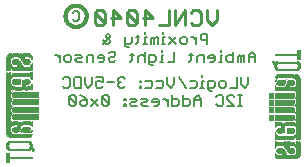
<source format=gbr>
G04 EAGLE Gerber RS-274X export*
G75*
%MOMM*%
%FSLAX34Y34*%
%LPD*%
%INSilkscreen Bottom*%
%IPPOS*%
%AMOC8*
5,1,8,0,0,1.08239X$1,22.5*%
G01*
%ADD10C,0.228600*%
%ADD11C,0.152400*%
%ADD12C,0.127000*%
%ADD13C,0.304800*%
%ADD14C,0.203200*%
%ADD15R,0.022863X0.462278*%
%ADD16R,0.022863X0.462281*%
%ADD17R,0.022863X0.436881*%
%ADD18R,0.023113X0.462278*%
%ADD19R,0.023113X0.462281*%
%ADD20R,0.023113X0.436881*%
%ADD21R,0.023116X0.462278*%
%ADD22R,0.023116X0.462281*%
%ADD23R,0.023116X0.436881*%
%ADD24R,0.023113X0.022863*%
%ADD25R,0.023116X0.091441*%
%ADD26R,0.023113X0.139700*%
%ADD27R,0.023116X0.185419*%
%ADD28R,0.023113X0.254000*%
%ADD29R,0.023113X0.299719*%
%ADD30R,0.023116X0.345438*%
%ADD31R,0.023113X0.391159*%
%ADD32R,0.023116X0.393700*%
%ADD33R,0.022863X0.325119*%
%ADD34R,0.022863X0.599438*%
%ADD35R,0.022863X0.622300*%
%ADD36R,0.022863X0.530859*%
%ADD37R,0.022863X0.439422*%
%ADD38R,0.022863X0.231138*%
%ADD39R,0.022863X0.071119*%
%ADD40R,0.022863X0.533400*%
%ADD41R,0.022863X0.208281*%
%ADD42R,0.023113X0.345441*%
%ADD43R,0.023113X0.576578*%
%ADD44R,0.023113X0.599438*%
%ADD45R,0.023113X0.508000*%
%ADD46R,0.023113X0.416563*%
%ADD47R,0.023113X0.208278*%
%ADD48R,0.023113X0.553722*%
%ADD49R,0.023113X0.208281*%
%ADD50R,0.023116X0.345441*%
%ADD51R,0.023116X0.530859*%
%ADD52R,0.023116X0.370841*%
%ADD53R,0.023116X0.162559*%
%ADD54R,0.023116X0.576581*%
%ADD55R,0.023116X0.208281*%
%ADD56R,0.023113X0.322578*%
%ADD57R,0.023113X0.485137*%
%ADD58R,0.023113X0.416559*%
%ADD59R,0.023113X0.347981*%
%ADD60R,0.023113X0.116838*%
%ADD61R,0.023113X0.647700*%
%ADD62R,0.023116X0.322581*%
%ADD63R,0.023116X0.485137*%
%ADD64R,0.023116X0.093978*%
%ADD65R,0.023116X0.231141*%
%ADD66R,0.023116X0.693419*%
%ADD67R,0.023113X0.322581*%
%ADD68R,0.023113X0.439419*%
%ADD69R,0.023113X0.370841*%
%ADD70R,0.023113X0.299722*%
%ADD71R,0.023113X0.045719*%
%ADD72R,0.023113X0.739138*%
%ADD73R,0.023113X0.414019*%
%ADD74R,0.023113X0.347978*%
%ADD75R,0.023113X0.762000*%
%ADD76R,0.023116X0.414019*%
%ADD77R,0.023116X0.182881*%
%ADD78R,0.023116X0.347978*%
%ADD79R,0.023116X0.276863*%
%ADD80R,0.023116X0.116841*%
%ADD81R,0.023116X0.276859*%
%ADD82R,0.023116X0.784863*%
%ADD83R,0.023113X0.325119*%
%ADD84R,0.023113X0.276863*%
%ADD85R,0.023113X0.276859*%
%ADD86R,0.023116X0.325119*%
%ADD87R,0.023116X0.391159*%
%ADD88R,0.023116X0.302259*%
%ADD89R,0.023116X0.254000*%
%ADD90R,0.023113X0.302259*%
%ADD91R,0.023113X0.393700*%
%ADD92R,0.023113X0.231141*%
%ADD93R,0.022863X0.302259*%
%ADD94R,0.022863X0.439419*%
%ADD95R,0.022863X0.368300*%
%ADD96R,0.022863X0.391159*%
%ADD97R,0.022863X0.416559*%
%ADD98R,0.022863X0.276863*%
%ADD99R,0.022863X0.205741*%
%ADD100R,0.023113X0.368300*%
%ADD101R,0.023113X0.205741*%
%ADD102R,0.023116X0.368300*%
%ADD103R,0.023116X0.205741*%
%ADD104R,0.023113X0.182881*%
%ADD105R,0.022863X0.276859*%
%ADD106R,0.022863X0.182881*%
%ADD107R,0.023113X0.924559*%
%ADD108R,0.023116X0.924559*%
%ADD109R,0.023113X0.901700*%
%ADD110R,0.023116X0.901700*%
%ADD111R,0.023113X0.878841*%
%ADD112R,0.023116X0.855981*%
%ADD113R,0.023113X0.833119*%
%ADD114R,0.022863X0.787400*%
%ADD115R,0.022863X0.414019*%
%ADD116R,0.022863X0.924559*%
%ADD117R,0.023113X0.739141*%
%ADD118R,0.023116X0.716281*%
%ADD119R,0.023116X0.299722*%
%ADD120R,0.023113X0.670559*%
%ADD121R,0.023116X0.647700*%
%ADD122R,0.023116X0.508000*%
%ADD123R,0.023116X0.299719*%
%ADD124R,0.023113X0.601981*%
%ADD125R,0.023113X0.530859*%
%ADD126R,0.023113X0.231138*%
%ADD127R,0.023113X0.556259*%
%ADD128R,0.023113X0.185419*%
%ADD129R,0.023116X0.533400*%
%ADD130R,0.023116X0.599438*%
%ADD131R,0.023116X0.416563*%
%ADD132R,0.023116X0.116838*%
%ADD133R,0.023113X0.485141*%
%ADD134R,0.023113X0.645159*%
%ADD135R,0.023113X0.716278*%
%ADD136R,0.022863X0.393700*%
%ADD137R,0.022863X0.762000*%
%ADD138R,0.022863X0.624841*%
%ADD139R,0.023113X0.784859*%
%ADD140R,0.023113X0.693422*%
%ADD141R,0.023116X0.830578*%
%ADD142R,0.023116X0.739141*%
%ADD143R,0.023113X0.876300*%
%ADD144R,0.023113X0.807722*%
%ADD145R,0.023116X0.899159*%
%ADD146R,0.023116X0.878841*%
%ADD147R,0.023113X0.922019*%
%ADD148R,0.023113X0.947419*%
%ADD149R,0.023116X0.970278*%
%ADD150R,0.023113X0.970278*%
%ADD151R,0.023116X0.439419*%
%ADD152R,0.022863X0.299722*%
%ADD153R,0.023116X0.416559*%
%ADD154R,0.023116X0.347981*%
%ADD155R,0.023113X0.137159*%
%ADD156R,0.023113X0.093978*%
%ADD157R,0.023113X0.091441*%
%ADD158R,0.023113X0.093981*%
%ADD159R,0.023113X0.114300*%
%ADD160R,0.023116X0.045719*%
%ADD161R,0.023116X0.045722*%
%ADD162R,0.023113X0.071119*%
%ADD163R,0.023113X0.116841*%
%ADD164R,0.023116X0.139700*%
%ADD165R,0.022863X0.322581*%
%ADD166R,0.022863X0.345441*%
%ADD167R,0.022863X0.162559*%
%ADD168R,0.022863X0.576581*%
%ADD169R,0.023113X0.668019*%
%ADD170R,0.023113X0.533400*%
%ADD171R,0.023116X1.455419*%
%ADD172R,0.023116X5.519419*%
%ADD173R,0.023113X1.455419*%
%ADD174R,0.023113X5.519419*%
%ADD175R,0.023116X5.494019*%
%ADD176R,0.023113X1.430019*%
%ADD177R,0.023113X5.494019*%
%ADD178R,0.023116X1.430019*%
%ADD179R,0.023116X5.471159*%
%ADD180R,0.023116X0.762000*%
%ADD181R,0.023113X1.407159*%
%ADD182R,0.023113X5.471159*%
%ADD183R,0.022863X1.384300*%
%ADD184R,0.022863X5.448300*%
%ADD185R,0.022863X0.716278*%
%ADD186R,0.022863X0.878841*%
%ADD187R,0.023113X1.361438*%
%ADD188R,0.023113X5.425438*%
%ADD189R,0.023116X1.338578*%
%ADD190R,0.023116X5.402578*%
%ADD191R,0.023116X0.624841*%
%ADD192R,0.023113X1.292859*%
%ADD193R,0.023113X5.356859*%
%ADD194R,0.023116X1.224278*%
%ADD195R,0.023116X5.288278*%


D10*
X180117Y170064D02*
X180117Y161759D01*
X175965Y157607D01*
X171813Y161759D01*
X171813Y170064D01*
X160324Y170064D02*
X158248Y167988D01*
X160324Y170064D02*
X164476Y170064D01*
X166552Y167988D01*
X166552Y159683D01*
X164476Y157607D01*
X160324Y157607D01*
X158248Y159683D01*
X152987Y157607D02*
X152987Y170064D01*
X144683Y157607D01*
X144683Y170064D01*
X139422Y170064D02*
X139422Y157607D01*
X131118Y157607D01*
X119629Y157607D02*
X119629Y170064D01*
X125857Y163835D01*
X117553Y163835D01*
X112292Y159683D02*
X112292Y167988D01*
X110216Y170064D01*
X106064Y170064D01*
X103988Y167988D01*
X103988Y159683D01*
X106064Y157607D01*
X110216Y157607D01*
X112292Y159683D01*
X103988Y167988D01*
X92499Y170064D02*
X92499Y157607D01*
X98727Y163835D02*
X92499Y170064D01*
X90423Y163835D02*
X98727Y163835D01*
X85162Y159683D02*
X85162Y167988D01*
X83086Y170064D01*
X78934Y170064D01*
X76858Y167988D01*
X76858Y159683D01*
X78934Y157607D01*
X83086Y157607D01*
X85162Y159683D01*
X76858Y167988D01*
D11*
X172234Y150375D02*
X172234Y141732D01*
X172234Y150375D02*
X167913Y150375D01*
X166472Y148935D01*
X166472Y146054D01*
X167913Y144613D01*
X172234Y144613D01*
X162879Y141732D02*
X162879Y147494D01*
X162879Y144613D02*
X159998Y147494D01*
X158558Y147494D01*
X153643Y141732D02*
X150762Y141732D01*
X149321Y143173D01*
X149321Y146054D01*
X150762Y147494D01*
X153643Y147494D01*
X155083Y146054D01*
X155083Y143173D01*
X153643Y141732D01*
X145728Y147494D02*
X139966Y141732D01*
X145728Y141732D02*
X139966Y147494D01*
X136373Y147494D02*
X134932Y147494D01*
X134932Y141732D01*
X133492Y141732D02*
X136373Y141732D01*
X134932Y150375D02*
X134932Y151816D01*
X130136Y147494D02*
X130136Y141732D01*
X130136Y147494D02*
X128696Y147494D01*
X127255Y146054D01*
X127255Y141732D01*
X127255Y146054D02*
X125814Y147494D01*
X124374Y146054D01*
X124374Y141732D01*
X120781Y147494D02*
X119340Y147494D01*
X119340Y141732D01*
X117900Y141732D02*
X120781Y141732D01*
X119340Y150375D02*
X119340Y151816D01*
X113104Y148935D02*
X113104Y143173D01*
X111663Y141732D01*
X111663Y147494D02*
X114544Y147494D01*
X108307Y147494D02*
X108307Y143173D01*
X106867Y141732D01*
X102545Y141732D01*
X102545Y140291D02*
X102545Y147494D01*
X102545Y140291D02*
X103986Y138851D01*
X105426Y138851D01*
X86716Y141732D02*
X83835Y144613D01*
X86716Y141732D02*
X88156Y141732D01*
X89597Y143173D01*
X89597Y144613D01*
X86716Y147494D01*
X86716Y148935D01*
X88156Y150375D01*
X89597Y148935D01*
X89597Y147494D01*
X83835Y141732D01*
X212774Y132254D02*
X212774Y126492D01*
X212774Y132254D02*
X209892Y135135D01*
X207011Y132254D01*
X207011Y126492D01*
X207011Y130814D02*
X212774Y130814D01*
X203418Y132254D02*
X203418Y126492D01*
X203418Y132254D02*
X201978Y132254D01*
X200537Y130814D01*
X200537Y126492D01*
X200537Y130814D02*
X199097Y132254D01*
X197656Y130814D01*
X197656Y126492D01*
X194063Y126492D02*
X194063Y135135D01*
X194063Y126492D02*
X189741Y126492D01*
X188301Y127933D01*
X188301Y130814D01*
X189741Y132254D01*
X194063Y132254D01*
X184708Y132254D02*
X183267Y132254D01*
X183267Y126492D01*
X181827Y126492D02*
X184708Y126492D01*
X183267Y135135D02*
X183267Y136576D01*
X177031Y126492D02*
X174150Y126492D01*
X177031Y126492D02*
X178471Y127933D01*
X178471Y130814D01*
X177031Y132254D01*
X174150Y132254D01*
X172709Y130814D01*
X172709Y129373D01*
X178471Y129373D01*
X169116Y126492D02*
X169116Y132254D01*
X164794Y132254D01*
X163354Y130814D01*
X163354Y126492D01*
X158320Y127933D02*
X158320Y133695D01*
X158320Y127933D02*
X156880Y126492D01*
X156880Y132254D02*
X159761Y132254D01*
X144169Y135135D02*
X144169Y126492D01*
X138407Y126492D01*
X134814Y132254D02*
X133373Y132254D01*
X133373Y126492D01*
X131933Y126492D02*
X134814Y126492D01*
X133373Y135135D02*
X133373Y136576D01*
X125696Y123611D02*
X124255Y123611D01*
X122815Y125051D01*
X122815Y132254D01*
X127136Y132254D01*
X128577Y130814D01*
X128577Y127933D01*
X127136Y126492D01*
X122815Y126492D01*
X119222Y126492D02*
X119222Y135135D01*
X117781Y132254D02*
X119222Y130814D01*
X117781Y132254D02*
X114900Y132254D01*
X113459Y130814D01*
X113459Y126492D01*
X108426Y127933D02*
X108426Y133695D01*
X108426Y127933D02*
X106985Y126492D01*
X106985Y132254D02*
X109867Y132254D01*
X89953Y135135D02*
X88512Y133695D01*
X89953Y135135D02*
X92834Y135135D01*
X94275Y133695D01*
X94275Y132254D01*
X92834Y130814D01*
X89953Y130814D01*
X88512Y129373D01*
X88512Y127933D01*
X89953Y126492D01*
X92834Y126492D01*
X94275Y127933D01*
X83479Y126492D02*
X80598Y126492D01*
X83479Y126492D02*
X84919Y127933D01*
X84919Y130814D01*
X83479Y132254D01*
X80598Y132254D01*
X79157Y130814D01*
X79157Y129373D01*
X84919Y129373D01*
X75564Y126492D02*
X75564Y132254D01*
X71242Y132254D01*
X69802Y130814D01*
X69802Y126492D01*
X66209Y126492D02*
X61887Y126492D01*
X60447Y127933D01*
X61887Y129373D01*
X64768Y129373D01*
X66209Y130814D01*
X64768Y132254D01*
X60447Y132254D01*
X55413Y126492D02*
X52532Y126492D01*
X51092Y127933D01*
X51092Y130814D01*
X52532Y132254D01*
X55413Y132254D01*
X56854Y130814D01*
X56854Y127933D01*
X55413Y126492D01*
X47499Y126492D02*
X47499Y132254D01*
X47499Y129373D02*
X44617Y132254D01*
X43177Y132254D01*
D12*
X206664Y113673D02*
X206664Y107741D01*
X203698Y104775D01*
X200732Y107741D01*
X200732Y113673D01*
X197309Y113673D02*
X197309Y104775D01*
X191377Y104775D01*
X186470Y104775D02*
X183505Y104775D01*
X182022Y106258D01*
X182022Y109224D01*
X183505Y110707D01*
X186470Y110707D01*
X187953Y109224D01*
X187953Y106258D01*
X186470Y104775D01*
X175632Y101809D02*
X174149Y101809D01*
X172666Y103292D01*
X172666Y110707D01*
X177115Y110707D01*
X178598Y109224D01*
X178598Y106258D01*
X177115Y104775D01*
X172666Y104775D01*
X169243Y110707D02*
X167760Y110707D01*
X167760Y104775D01*
X169243Y104775D02*
X166277Y104775D01*
X167760Y113673D02*
X167760Y115156D01*
X161523Y110707D02*
X157075Y110707D01*
X161523Y110707D02*
X163006Y109224D01*
X163006Y106258D01*
X161523Y104775D01*
X157075Y104775D01*
X153651Y104775D02*
X147719Y113673D01*
X144296Y113673D02*
X144296Y107741D01*
X141330Y104775D01*
X138364Y107741D01*
X138364Y113673D01*
X133458Y110707D02*
X129009Y110707D01*
X133458Y110707D02*
X134941Y109224D01*
X134941Y106258D01*
X133458Y104775D01*
X129009Y104775D01*
X124103Y110707D02*
X119654Y110707D01*
X124103Y110707D02*
X125585Y109224D01*
X125585Y106258D01*
X124103Y104775D01*
X119654Y104775D01*
X116230Y110707D02*
X114747Y110707D01*
X114747Y109224D01*
X116230Y109224D01*
X116230Y110707D01*
X116230Y106258D02*
X114747Y106258D01*
X114747Y104775D01*
X116230Y104775D01*
X116230Y106258D01*
X102198Y112190D02*
X100715Y113673D01*
X97749Y113673D01*
X96266Y112190D01*
X96266Y110707D01*
X97749Y109224D01*
X99232Y109224D01*
X97749Y109224D02*
X96266Y107741D01*
X96266Y106258D01*
X97749Y104775D01*
X100715Y104775D01*
X102198Y106258D01*
X92842Y109224D02*
X86911Y109224D01*
X83487Y113673D02*
X77555Y113673D01*
X83487Y113673D02*
X83487Y109224D01*
X80521Y110707D01*
X79038Y110707D01*
X77555Y109224D01*
X77555Y106258D01*
X79038Y104775D01*
X82004Y104775D01*
X83487Y106258D01*
X74132Y107741D02*
X74132Y113673D01*
X74132Y107741D02*
X71166Y104775D01*
X68200Y107741D01*
X68200Y113673D01*
X64777Y113673D02*
X64777Y104775D01*
X60328Y104775D01*
X58845Y106258D01*
X58845Y112190D01*
X60328Y113673D01*
X64777Y113673D01*
X50973Y113673D02*
X49490Y112190D01*
X50973Y113673D02*
X53939Y113673D01*
X55422Y112190D01*
X55422Y106258D01*
X53939Y104775D01*
X50973Y104775D01*
X49490Y106258D01*
X198241Y89535D02*
X201207Y89535D01*
X199724Y89535D02*
X199724Y98433D01*
X201207Y98433D02*
X198241Y98433D01*
X194970Y89535D02*
X189038Y89535D01*
X194970Y89535D02*
X189038Y95467D01*
X189038Y96950D01*
X190521Y98433D01*
X193487Y98433D01*
X194970Y96950D01*
X181166Y98433D02*
X179683Y96950D01*
X181166Y98433D02*
X184132Y98433D01*
X185615Y96950D01*
X185615Y91018D01*
X184132Y89535D01*
X181166Y89535D01*
X179683Y91018D01*
X166904Y89535D02*
X166904Y95467D01*
X163938Y98433D01*
X160973Y95467D01*
X160973Y89535D01*
X160973Y93984D02*
X166904Y93984D01*
X151617Y98433D02*
X151617Y89535D01*
X156066Y89535D01*
X157549Y91018D01*
X157549Y93984D01*
X156066Y95467D01*
X151617Y95467D01*
X142262Y98433D02*
X142262Y89535D01*
X146711Y89535D01*
X148194Y91018D01*
X148194Y93984D01*
X146711Y95467D01*
X142262Y95467D01*
X138839Y95467D02*
X138839Y89535D01*
X138839Y92501D02*
X135873Y95467D01*
X134390Y95467D01*
X129560Y89535D02*
X126594Y89535D01*
X129560Y89535D02*
X131043Y91018D01*
X131043Y93984D01*
X129560Y95467D01*
X126594Y95467D01*
X125111Y93984D01*
X125111Y92501D01*
X131043Y92501D01*
X121688Y89535D02*
X117239Y89535D01*
X115756Y91018D01*
X117239Y92501D01*
X120205Y92501D01*
X121688Y93984D01*
X120205Y95467D01*
X115756Y95467D01*
X112332Y89535D02*
X107884Y89535D01*
X106401Y91018D01*
X107884Y92501D01*
X110849Y92501D01*
X112332Y93984D01*
X110849Y95467D01*
X106401Y95467D01*
X102977Y95467D02*
X101494Y95467D01*
X101494Y93984D01*
X102977Y93984D01*
X102977Y95467D01*
X102977Y91018D02*
X101494Y91018D01*
X101494Y89535D01*
X102977Y89535D01*
X102977Y91018D01*
X88944Y91018D02*
X88944Y96950D01*
X87461Y98433D01*
X84496Y98433D01*
X83013Y96950D01*
X83013Y91018D01*
X84496Y89535D01*
X87461Y89535D01*
X88944Y91018D01*
X83013Y96950D01*
X79589Y95467D02*
X73657Y89535D01*
X79589Y89535D02*
X73657Y95467D01*
X67268Y96950D02*
X64302Y98433D01*
X67268Y96950D02*
X70234Y93984D01*
X70234Y91018D01*
X68751Y89535D01*
X65785Y89535D01*
X64302Y91018D01*
X64302Y92501D01*
X65785Y93984D01*
X70234Y93984D01*
X60879Y91018D02*
X60879Y96950D01*
X59396Y98433D01*
X56430Y98433D01*
X54947Y96950D01*
X54947Y91018D01*
X56430Y89535D01*
X59396Y89535D01*
X60879Y91018D01*
X54947Y96950D01*
D13*
X51980Y165100D02*
X51983Y165320D01*
X51991Y165541D01*
X52004Y165761D01*
X52023Y165980D01*
X52048Y166199D01*
X52077Y166418D01*
X52112Y166635D01*
X52153Y166852D01*
X52198Y167068D01*
X52249Y167282D01*
X52305Y167495D01*
X52367Y167707D01*
X52433Y167917D01*
X52505Y168125D01*
X52582Y168332D01*
X52664Y168536D01*
X52750Y168739D01*
X52842Y168939D01*
X52939Y169138D01*
X53040Y169333D01*
X53147Y169526D01*
X53258Y169717D01*
X53373Y169904D01*
X53493Y170089D01*
X53618Y170271D01*
X53747Y170449D01*
X53881Y170625D01*
X54018Y170797D01*
X54160Y170965D01*
X54306Y171131D01*
X54456Y171292D01*
X54610Y171450D01*
X54768Y171604D01*
X54929Y171754D01*
X55095Y171900D01*
X55263Y172042D01*
X55435Y172179D01*
X55611Y172313D01*
X55789Y172442D01*
X55971Y172567D01*
X56156Y172687D01*
X56343Y172802D01*
X56534Y172913D01*
X56727Y173020D01*
X56922Y173121D01*
X57121Y173218D01*
X57321Y173310D01*
X57524Y173396D01*
X57728Y173478D01*
X57935Y173555D01*
X58143Y173627D01*
X58353Y173693D01*
X58565Y173755D01*
X58778Y173811D01*
X58992Y173862D01*
X59208Y173907D01*
X59425Y173948D01*
X59642Y173983D01*
X59861Y174012D01*
X60080Y174037D01*
X60299Y174056D01*
X60519Y174069D01*
X60740Y174077D01*
X60960Y174080D01*
X61180Y174077D01*
X61401Y174069D01*
X61621Y174056D01*
X61840Y174037D01*
X62059Y174012D01*
X62278Y173983D01*
X62495Y173948D01*
X62712Y173907D01*
X62928Y173862D01*
X63142Y173811D01*
X63355Y173755D01*
X63567Y173693D01*
X63777Y173627D01*
X63985Y173555D01*
X64192Y173478D01*
X64396Y173396D01*
X64599Y173310D01*
X64799Y173218D01*
X64998Y173121D01*
X65193Y173020D01*
X65386Y172913D01*
X65577Y172802D01*
X65764Y172687D01*
X65949Y172567D01*
X66131Y172442D01*
X66309Y172313D01*
X66485Y172179D01*
X66657Y172042D01*
X66825Y171900D01*
X66991Y171754D01*
X67152Y171604D01*
X67310Y171450D01*
X67464Y171292D01*
X67614Y171131D01*
X67760Y170965D01*
X67902Y170797D01*
X68039Y170625D01*
X68173Y170449D01*
X68302Y170271D01*
X68427Y170089D01*
X68547Y169904D01*
X68662Y169717D01*
X68773Y169526D01*
X68880Y169333D01*
X68981Y169138D01*
X69078Y168939D01*
X69170Y168739D01*
X69256Y168536D01*
X69338Y168332D01*
X69415Y168125D01*
X69487Y167917D01*
X69553Y167707D01*
X69615Y167495D01*
X69671Y167282D01*
X69722Y167068D01*
X69767Y166852D01*
X69808Y166635D01*
X69843Y166418D01*
X69872Y166199D01*
X69897Y165980D01*
X69916Y165761D01*
X69929Y165541D01*
X69937Y165320D01*
X69940Y165100D01*
X69937Y164880D01*
X69929Y164659D01*
X69916Y164439D01*
X69897Y164220D01*
X69872Y164001D01*
X69843Y163782D01*
X69808Y163565D01*
X69767Y163348D01*
X69722Y163132D01*
X69671Y162918D01*
X69615Y162705D01*
X69553Y162493D01*
X69487Y162283D01*
X69415Y162075D01*
X69338Y161868D01*
X69256Y161664D01*
X69170Y161461D01*
X69078Y161261D01*
X68981Y161062D01*
X68880Y160867D01*
X68773Y160674D01*
X68662Y160483D01*
X68547Y160296D01*
X68427Y160111D01*
X68302Y159929D01*
X68173Y159751D01*
X68039Y159575D01*
X67902Y159403D01*
X67760Y159235D01*
X67614Y159069D01*
X67464Y158908D01*
X67310Y158750D01*
X67152Y158596D01*
X66991Y158446D01*
X66825Y158300D01*
X66657Y158158D01*
X66485Y158021D01*
X66309Y157887D01*
X66131Y157758D01*
X65949Y157633D01*
X65764Y157513D01*
X65577Y157398D01*
X65386Y157287D01*
X65193Y157180D01*
X64998Y157079D01*
X64799Y156982D01*
X64599Y156890D01*
X64396Y156804D01*
X64192Y156722D01*
X63985Y156645D01*
X63777Y156573D01*
X63567Y156507D01*
X63355Y156445D01*
X63142Y156389D01*
X62928Y156338D01*
X62712Y156293D01*
X62495Y156252D01*
X62278Y156217D01*
X62059Y156188D01*
X61840Y156163D01*
X61621Y156144D01*
X61401Y156131D01*
X61180Y156123D01*
X60960Y156120D01*
X60740Y156123D01*
X60519Y156131D01*
X60299Y156144D01*
X60080Y156163D01*
X59861Y156188D01*
X59642Y156217D01*
X59425Y156252D01*
X59208Y156293D01*
X58992Y156338D01*
X58778Y156389D01*
X58565Y156445D01*
X58353Y156507D01*
X58143Y156573D01*
X57935Y156645D01*
X57728Y156722D01*
X57524Y156804D01*
X57321Y156890D01*
X57121Y156982D01*
X56922Y157079D01*
X56727Y157180D01*
X56534Y157287D01*
X56343Y157398D01*
X56156Y157513D01*
X55971Y157633D01*
X55789Y157758D01*
X55611Y157887D01*
X55435Y158021D01*
X55263Y158158D01*
X55095Y158300D01*
X54929Y158446D01*
X54768Y158596D01*
X54610Y158750D01*
X54456Y158908D01*
X54306Y159069D01*
X54160Y159235D01*
X54018Y159403D01*
X53881Y159575D01*
X53747Y159751D01*
X53618Y159929D01*
X53493Y160111D01*
X53373Y160296D01*
X53258Y160483D01*
X53147Y160674D01*
X53040Y160867D01*
X52939Y161062D01*
X52842Y161261D01*
X52750Y161461D01*
X52664Y161664D01*
X52582Y161868D01*
X52505Y162075D01*
X52433Y162283D01*
X52367Y162493D01*
X52305Y162705D01*
X52249Y162918D01*
X52198Y163132D01*
X52153Y163348D01*
X52112Y163565D01*
X52077Y163782D01*
X52048Y164001D01*
X52023Y164220D01*
X52004Y164439D01*
X51991Y164659D01*
X51983Y164880D01*
X51980Y165100D01*
D14*
X58077Y167815D02*
X59433Y169171D01*
X62144Y169171D01*
X63500Y167815D01*
X63500Y162392D01*
X62144Y161036D01*
X59433Y161036D01*
X58077Y162392D01*
D15*
X224790Y79197D03*
D16*
X224790Y85446D03*
X224790Y91669D03*
D17*
X224790Y98019D03*
D18*
X225020Y79197D03*
D19*
X225020Y85446D03*
X225020Y91669D03*
D20*
X225020Y98019D03*
D21*
X225251Y79197D03*
D22*
X225251Y85446D03*
X225251Y91669D03*
D23*
X225251Y98019D03*
D18*
X225482Y79197D03*
D19*
X225482Y85446D03*
X225482Y91669D03*
D20*
X225482Y98019D03*
D21*
X225713Y79197D03*
D22*
X225713Y85446D03*
X225713Y91669D03*
D23*
X225713Y98019D03*
D18*
X225944Y79197D03*
D19*
X225944Y85446D03*
X225944Y91669D03*
D20*
X225944Y98019D03*
D18*
X226176Y79197D03*
D19*
X226176Y85446D03*
X226176Y91669D03*
D20*
X226176Y98019D03*
D21*
X226407Y79197D03*
D22*
X226407Y85446D03*
X226407Y91669D03*
D23*
X226407Y98019D03*
D18*
X226638Y79197D03*
D19*
X226638Y85446D03*
X226638Y91669D03*
D20*
X226638Y98019D03*
D21*
X226869Y79197D03*
D22*
X226869Y85446D03*
X226869Y91669D03*
D23*
X226869Y98019D03*
D18*
X227100Y79197D03*
D19*
X227100Y85446D03*
X227100Y91669D03*
D20*
X227100Y98019D03*
D15*
X227330Y79197D03*
D16*
X227330Y85446D03*
X227330Y91669D03*
D17*
X227330Y98019D03*
D18*
X227560Y79197D03*
D19*
X227560Y85446D03*
X227560Y91669D03*
D20*
X227560Y98019D03*
D24*
X227560Y126429D03*
D21*
X227791Y79197D03*
D22*
X227791Y85446D03*
X227791Y91669D03*
D23*
X227791Y98019D03*
D25*
X227791Y126314D03*
D18*
X228022Y79197D03*
D19*
X228022Y85446D03*
X228022Y91669D03*
D20*
X228022Y98019D03*
D26*
X228022Y126073D03*
D21*
X228253Y79197D03*
D22*
X228253Y85446D03*
X228253Y91669D03*
D23*
X228253Y98019D03*
D27*
X228253Y126073D03*
D18*
X228484Y79197D03*
D19*
X228484Y85446D03*
X228484Y91669D03*
D20*
X228484Y98019D03*
D28*
X228484Y125959D03*
D18*
X228716Y79197D03*
D19*
X228716Y85446D03*
X228716Y91669D03*
D20*
X228716Y98019D03*
D29*
X228716Y125730D03*
D21*
X228947Y79197D03*
D22*
X228947Y85446D03*
X228947Y91669D03*
D23*
X228947Y98019D03*
D30*
X228947Y125730D03*
D31*
X229178Y125501D03*
D32*
X229409Y125032D03*
D18*
X229640Y124003D03*
D33*
X229870Y48031D03*
D34*
X229870Y55880D03*
D35*
X229870Y63614D03*
D36*
X229870Y72631D03*
D15*
X229870Y79197D03*
D16*
X229870Y85446D03*
X229870Y91669D03*
D17*
X229870Y98019D03*
D37*
X229870Y104254D03*
D38*
X229870Y109919D03*
D39*
X229870Y113030D03*
D40*
X229870Y123190D03*
D41*
X229870Y132436D03*
D42*
X230100Y47676D03*
D43*
X230100Y55994D03*
D44*
X230100Y63500D03*
D45*
X230100Y72746D03*
D18*
X230100Y79197D03*
D19*
X230100Y85446D03*
X230100Y91669D03*
D20*
X230100Y98019D03*
D46*
X230100Y104140D03*
D47*
X230100Y110033D03*
D26*
X230100Y113373D03*
D48*
X230100Y122606D03*
D49*
X230100Y132436D03*
D50*
X230331Y47219D03*
D51*
X230331Y56223D03*
X230331Y63157D03*
D21*
X230331Y72974D03*
X230331Y79197D03*
D22*
X230331Y85446D03*
X230331Y91669D03*
D23*
X230331Y98019D03*
D52*
X230331Y103911D03*
D53*
X230331Y110261D03*
D27*
X230331Y113602D03*
D54*
X230331Y122492D03*
D55*
X230331Y132436D03*
D56*
X230562Y46876D03*
D57*
X230562Y56452D03*
D45*
X230562Y63043D03*
D58*
X230562Y73203D03*
D18*
X230562Y79197D03*
D19*
X230562Y85446D03*
X230562Y91669D03*
D20*
X230562Y98019D03*
D59*
X230562Y103797D03*
D60*
X230562Y110490D03*
D47*
X230562Y113716D03*
D61*
X230562Y122619D03*
D49*
X230562Y132436D03*
D62*
X230793Y46647D03*
D21*
X230793Y56566D03*
D63*
X230793Y62929D03*
D32*
X230793Y73317D03*
D21*
X230793Y79197D03*
D22*
X230793Y85446D03*
X230793Y91669D03*
D23*
X230793Y98019D03*
D62*
X230793Y103670D03*
D64*
X230793Y110604D03*
D65*
X230793Y113830D03*
D66*
X230793Y122619D03*
D55*
X230793Y132436D03*
D67*
X231024Y46419D03*
D68*
X231024Y56680D03*
D18*
X231024Y62814D03*
D69*
X231024Y73431D03*
D18*
X231024Y79197D03*
D19*
X231024Y85446D03*
X231024Y91669D03*
D20*
X231024Y98019D03*
D70*
X231024Y103556D03*
D71*
X231024Y110846D03*
D28*
X231024Y113944D03*
D72*
X231024Y122619D03*
D49*
X231024Y132436D03*
D67*
X231256Y46190D03*
D73*
X231256Y56807D03*
D68*
X231256Y62700D03*
D74*
X231256Y73546D03*
D18*
X231256Y79197D03*
D19*
X231256Y85446D03*
X231256Y91669D03*
D20*
X231256Y98019D03*
D70*
X231256Y103556D03*
D28*
X231256Y113944D03*
D75*
X231256Y122504D03*
D49*
X231256Y132436D03*
D62*
X231487Y46190D03*
D65*
X231487Y51270D03*
D76*
X231487Y56807D03*
X231487Y62573D03*
D77*
X231487Y68351D03*
D78*
X231487Y73546D03*
D21*
X231487Y79197D03*
D22*
X231487Y85446D03*
X231487Y91669D03*
D23*
X231487Y98019D03*
D79*
X231487Y103442D03*
D80*
X231487Y108179D03*
D81*
X231487Y114059D03*
D82*
X231487Y122619D03*
D55*
X231487Y132436D03*
D83*
X231718Y45949D03*
D67*
X231718Y51270D03*
D31*
X231718Y56921D03*
D73*
X231718Y62573D03*
D83*
X231718Y68351D03*
X231718Y73660D03*
D18*
X231718Y79197D03*
D19*
X231718Y85446D03*
X231718Y91669D03*
D20*
X231718Y98019D03*
D84*
X231718Y103442D03*
D85*
X231718Y108293D03*
X231718Y114059D03*
D84*
X231718Y120079D03*
D85*
X231718Y125387D03*
D49*
X231718Y132436D03*
D86*
X231949Y45949D03*
D52*
X231949Y51257D03*
D87*
X231949Y56921D03*
D76*
X231949Y62573D03*
D52*
X231949Y68351D03*
D86*
X231949Y73660D03*
D21*
X231949Y79197D03*
D22*
X231949Y85446D03*
X231949Y91669D03*
D23*
X231949Y98019D03*
D79*
X231949Y103442D03*
D50*
X231949Y108407D03*
D88*
X231949Y114186D03*
D89*
X231949Y119736D03*
D65*
X231949Y125616D03*
D55*
X231949Y132436D03*
D83*
X232180Y45949D03*
D58*
X232180Y51257D03*
D31*
X232180Y56921D03*
X232180Y62459D03*
D58*
X232180Y68351D03*
D90*
X232180Y73774D03*
D18*
X232180Y79197D03*
D19*
X232180Y85446D03*
X232180Y91669D03*
D20*
X232180Y98019D03*
D84*
X232180Y103442D03*
D91*
X232180Y108649D03*
D90*
X232180Y114186D03*
D92*
X232180Y119621D03*
D49*
X232180Y125730D03*
X232180Y132436D03*
D93*
X232410Y45834D03*
D94*
X232410Y51143D03*
D95*
X232410Y57036D03*
D96*
X232410Y62459D03*
D97*
X232410Y68351D03*
D93*
X232410Y73774D03*
D15*
X232410Y79197D03*
D16*
X232410Y85446D03*
X232410Y91669D03*
D17*
X232410Y98019D03*
D98*
X232410Y103442D03*
D94*
X232410Y108649D03*
D93*
X232410Y114186D03*
D99*
X232410Y119494D03*
D41*
X232410Y125730D03*
X232410Y132436D03*
D90*
X232640Y45834D03*
D18*
X232640Y51257D03*
D100*
X232640Y57036D03*
D31*
X232640Y62459D03*
D19*
X232640Y68351D03*
D90*
X232640Y73774D03*
D18*
X232640Y79197D03*
D19*
X232640Y85446D03*
X232640Y91669D03*
D20*
X232640Y98019D03*
D84*
X232640Y103442D03*
D18*
X232640Y108763D03*
D90*
X232640Y114186D03*
D101*
X232640Y119494D03*
D49*
X232640Y125959D03*
X232640Y132436D03*
D88*
X232871Y45834D03*
D21*
X232871Y51257D03*
D102*
X232871Y57036D03*
D87*
X232871Y62459D03*
D22*
X232871Y68351D03*
D88*
X232871Y73774D03*
D21*
X232871Y79197D03*
D22*
X232871Y85446D03*
X232871Y91669D03*
D23*
X232871Y98019D03*
D79*
X232871Y103442D03*
D21*
X232871Y108763D03*
D88*
X232871Y114186D03*
D103*
X232871Y119494D03*
D55*
X232871Y125959D03*
X232871Y132436D03*
D90*
X233102Y45834D03*
D18*
X233102Y51257D03*
D100*
X233102Y57036D03*
X233102Y62344D03*
D19*
X233102Y68351D03*
D90*
X233102Y73774D03*
D18*
X233102Y79197D03*
D19*
X233102Y85446D03*
X233102Y91669D03*
D20*
X233102Y98019D03*
D84*
X233102Y103442D03*
D18*
X233102Y108763D03*
D90*
X233102Y114186D03*
D101*
X233102Y119494D03*
D49*
X233102Y125959D03*
X233102Y132436D03*
D88*
X233333Y45834D03*
D21*
X233333Y51257D03*
D102*
X233333Y57036D03*
X233333Y62344D03*
D22*
X233333Y68351D03*
D88*
X233333Y73774D03*
D21*
X233333Y79197D03*
D22*
X233333Y85446D03*
X233333Y91669D03*
D23*
X233333Y98019D03*
D79*
X233333Y103442D03*
D21*
X233333Y108763D03*
D88*
X233333Y114186D03*
D77*
X233333Y119380D03*
D55*
X233333Y125959D03*
X233333Y132436D03*
D90*
X233564Y45834D03*
D18*
X233564Y51257D03*
D100*
X233564Y57036D03*
X233564Y62344D03*
D19*
X233564Y68351D03*
D90*
X233564Y73774D03*
D18*
X233564Y79197D03*
D19*
X233564Y85446D03*
X233564Y91669D03*
D20*
X233564Y98019D03*
D84*
X233564Y103442D03*
D18*
X233564Y108763D03*
D90*
X233564Y114186D03*
D104*
X233564Y119380D03*
D49*
X233564Y125959D03*
X233564Y132436D03*
D90*
X233796Y45834D03*
D18*
X233796Y51257D03*
D100*
X233796Y57036D03*
X233796Y62344D03*
D19*
X233796Y68351D03*
D85*
X233796Y73901D03*
D18*
X233796Y79197D03*
D19*
X233796Y85446D03*
X233796Y91669D03*
D20*
X233796Y98019D03*
D84*
X233796Y103442D03*
D18*
X233796Y108763D03*
D90*
X233796Y114186D03*
D104*
X233796Y119380D03*
D49*
X233796Y125959D03*
X233796Y132436D03*
D88*
X234027Y45834D03*
D21*
X234027Y51257D03*
D102*
X234027Y57036D03*
X234027Y62344D03*
D22*
X234027Y68351D03*
D81*
X234027Y73901D03*
D21*
X234027Y79197D03*
D22*
X234027Y85446D03*
X234027Y91669D03*
D23*
X234027Y98019D03*
D79*
X234027Y103442D03*
D21*
X234027Y108763D03*
D88*
X234027Y114186D03*
D77*
X234027Y119380D03*
D55*
X234027Y125959D03*
X234027Y132436D03*
D90*
X234258Y45834D03*
D18*
X234258Y51257D03*
D100*
X234258Y57036D03*
X234258Y62344D03*
D19*
X234258Y68351D03*
D85*
X234258Y73901D03*
D18*
X234258Y79197D03*
D19*
X234258Y85446D03*
X234258Y91669D03*
D20*
X234258Y98019D03*
D84*
X234258Y103442D03*
D18*
X234258Y108763D03*
D90*
X234258Y114186D03*
D104*
X234258Y119380D03*
D49*
X234258Y125959D03*
X234258Y132436D03*
D88*
X234489Y45834D03*
D21*
X234489Y51257D03*
D102*
X234489Y57036D03*
X234489Y62344D03*
D22*
X234489Y68351D03*
D81*
X234489Y73901D03*
D21*
X234489Y79197D03*
D22*
X234489Y85446D03*
X234489Y91669D03*
D23*
X234489Y98019D03*
D79*
X234489Y103442D03*
D21*
X234489Y108763D03*
D88*
X234489Y114186D03*
D77*
X234489Y119380D03*
D55*
X234489Y125959D03*
X234489Y132436D03*
D90*
X234720Y45834D03*
D18*
X234720Y51257D03*
D100*
X234720Y57036D03*
X234720Y62344D03*
D19*
X234720Y68351D03*
D85*
X234720Y73901D03*
D18*
X234720Y79197D03*
D19*
X234720Y85446D03*
X234720Y91669D03*
D20*
X234720Y98019D03*
D84*
X234720Y103442D03*
D18*
X234720Y108763D03*
D90*
X234720Y114186D03*
D104*
X234720Y119380D03*
D49*
X234720Y125959D03*
X234720Y132436D03*
D93*
X234950Y45834D03*
D15*
X234950Y51257D03*
D95*
X234950Y57036D03*
X234950Y62344D03*
D16*
X234950Y68351D03*
D105*
X234950Y73901D03*
D15*
X234950Y79197D03*
D16*
X234950Y85446D03*
X234950Y91669D03*
D17*
X234950Y98019D03*
D98*
X234950Y103442D03*
D15*
X234950Y108763D03*
D93*
X234950Y114186D03*
D106*
X234950Y119380D03*
D41*
X234950Y125959D03*
X234950Y132436D03*
D90*
X235180Y45834D03*
D18*
X235180Y51257D03*
D100*
X235180Y57036D03*
X235180Y62344D03*
D19*
X235180Y68351D03*
D85*
X235180Y73901D03*
D18*
X235180Y79197D03*
D19*
X235180Y85446D03*
X235180Y91669D03*
D20*
X235180Y98019D03*
D84*
X235180Y103442D03*
D18*
X235180Y108763D03*
D90*
X235180Y114186D03*
D104*
X235180Y119380D03*
D49*
X235180Y125959D03*
X235180Y132436D03*
D88*
X235411Y45834D03*
D21*
X235411Y51257D03*
D102*
X235411Y57036D03*
X235411Y62344D03*
D22*
X235411Y68351D03*
D81*
X235411Y73901D03*
D21*
X235411Y79197D03*
D22*
X235411Y85446D03*
X235411Y91669D03*
D23*
X235411Y98019D03*
D79*
X235411Y103442D03*
D21*
X235411Y108763D03*
D88*
X235411Y114186D03*
D77*
X235411Y119380D03*
D55*
X235411Y125959D03*
X235411Y132436D03*
D90*
X235642Y45834D03*
D18*
X235642Y51257D03*
D100*
X235642Y57036D03*
X235642Y62344D03*
D107*
X235642Y70663D03*
D18*
X235642Y79197D03*
D19*
X235642Y85446D03*
X235642Y91669D03*
D20*
X235642Y98019D03*
D84*
X235642Y103442D03*
D18*
X235642Y108763D03*
D90*
X235642Y114186D03*
D104*
X235642Y119380D03*
D49*
X235642Y125959D03*
X235642Y132436D03*
D88*
X235873Y45834D03*
D21*
X235873Y51257D03*
D102*
X235873Y57036D03*
X235873Y62344D03*
D108*
X235873Y70663D03*
D21*
X235873Y79197D03*
D22*
X235873Y85446D03*
X235873Y91669D03*
D23*
X235873Y98019D03*
D79*
X235873Y103442D03*
D21*
X235873Y108763D03*
D88*
X235873Y114186D03*
D77*
X235873Y119380D03*
D55*
X235873Y125959D03*
X235873Y132436D03*
D90*
X236104Y45834D03*
D68*
X236104Y51143D03*
D100*
X236104Y57036D03*
X236104Y62344D03*
D107*
X236104Y70663D03*
D18*
X236104Y79197D03*
D19*
X236104Y85446D03*
X236104Y91669D03*
D20*
X236104Y98019D03*
D84*
X236104Y103442D03*
D18*
X236104Y108763D03*
D90*
X236104Y114186D03*
D104*
X236104Y119380D03*
D49*
X236104Y125959D03*
X236104Y132436D03*
D109*
X236336Y48832D03*
D100*
X236336Y57036D03*
X236336Y62344D03*
D107*
X236336Y70663D03*
D18*
X236336Y79197D03*
D19*
X236336Y85446D03*
X236336Y91669D03*
D20*
X236336Y98019D03*
D84*
X236336Y103442D03*
D18*
X236336Y108763D03*
D90*
X236336Y114186D03*
D104*
X236336Y119380D03*
D49*
X236336Y125959D03*
X236336Y132436D03*
D110*
X236567Y48832D03*
D102*
X236567Y57036D03*
X236567Y62344D03*
D108*
X236567Y70663D03*
D21*
X236567Y79197D03*
D22*
X236567Y85446D03*
X236567Y91669D03*
D23*
X236567Y98019D03*
D79*
X236567Y103442D03*
D21*
X236567Y108763D03*
D88*
X236567Y114186D03*
D77*
X236567Y119380D03*
D55*
X236567Y125959D03*
X236567Y132436D03*
D111*
X236798Y48717D03*
D31*
X236798Y56921D03*
D100*
X236798Y62344D03*
D107*
X236798Y70663D03*
D18*
X236798Y79197D03*
D19*
X236798Y85446D03*
X236798Y91669D03*
D20*
X236798Y98019D03*
D84*
X236798Y103442D03*
D18*
X236798Y108763D03*
D90*
X236798Y114186D03*
D104*
X236798Y119380D03*
D49*
X236798Y125959D03*
X236798Y132436D03*
D112*
X237029Y48603D03*
D87*
X237029Y56921D03*
D102*
X237029Y62344D03*
D108*
X237029Y70663D03*
D21*
X237029Y79197D03*
D22*
X237029Y85446D03*
X237029Y91669D03*
D23*
X237029Y98019D03*
D79*
X237029Y103442D03*
D21*
X237029Y108763D03*
D88*
X237029Y114186D03*
D77*
X237029Y119380D03*
D55*
X237029Y125959D03*
X237029Y132436D03*
D113*
X237260Y48489D03*
D73*
X237260Y56807D03*
D100*
X237260Y62344D03*
D107*
X237260Y70663D03*
D18*
X237260Y79197D03*
D19*
X237260Y85446D03*
X237260Y91669D03*
D20*
X237260Y98019D03*
D84*
X237260Y103442D03*
D68*
X237260Y108877D03*
D90*
X237260Y114186D03*
D104*
X237260Y119380D03*
D49*
X237260Y125959D03*
X237260Y132436D03*
D114*
X237490Y48260D03*
D115*
X237490Y56807D03*
D95*
X237490Y62344D03*
D116*
X237490Y70663D03*
D15*
X237490Y79197D03*
D16*
X237490Y85446D03*
X237490Y91669D03*
D17*
X237490Y98019D03*
D98*
X237490Y103442D03*
D94*
X237490Y108877D03*
D93*
X237490Y114186D03*
D106*
X237490Y119380D03*
D41*
X237490Y125959D03*
X237490Y132436D03*
D117*
X237720Y48019D03*
D68*
X237720Y56680D03*
D100*
X237720Y62344D03*
D107*
X237720Y70663D03*
D18*
X237720Y79197D03*
D19*
X237720Y85446D03*
X237720Y91669D03*
D20*
X237720Y98019D03*
D70*
X237720Y103556D03*
D58*
X237720Y108991D03*
D90*
X237720Y114186D03*
D104*
X237720Y119380D03*
D49*
X237720Y125959D03*
X237720Y132436D03*
D118*
X237951Y47904D03*
D21*
X237951Y56566D03*
D102*
X237951Y62344D03*
D108*
X237951Y70663D03*
D21*
X237951Y79197D03*
D22*
X237951Y85446D03*
X237951Y91669D03*
D23*
X237951Y98019D03*
D119*
X237951Y103556D03*
D32*
X237951Y109106D03*
D88*
X237951Y114186D03*
D77*
X237951Y119380D03*
D55*
X237951Y125959D03*
X237951Y132436D03*
D120*
X238182Y47676D03*
D57*
X238182Y56452D03*
D100*
X238182Y62344D03*
D107*
X238182Y70663D03*
D18*
X238182Y79197D03*
D19*
X238182Y85446D03*
X238182Y91669D03*
D20*
X238182Y98019D03*
D67*
X238182Y103670D03*
D74*
X238182Y109334D03*
D90*
X238182Y114186D03*
D104*
X238182Y119380D03*
D49*
X238182Y125959D03*
X238182Y132436D03*
D121*
X238413Y47562D03*
D122*
X238413Y56337D03*
D102*
X238413Y62344D03*
D81*
X238413Y73901D03*
D21*
X238413Y79197D03*
D22*
X238413Y85446D03*
X238413Y91669D03*
D23*
X238413Y98019D03*
D62*
X238413Y103670D03*
D123*
X238413Y109576D03*
D88*
X238413Y114186D03*
D77*
X238413Y119380D03*
D55*
X238413Y125959D03*
X238413Y132436D03*
D124*
X238644Y47333D03*
D125*
X238644Y56223D03*
D100*
X238644Y62344D03*
D85*
X238644Y73901D03*
D18*
X238644Y79197D03*
D19*
X238644Y85446D03*
X238644Y91669D03*
D20*
X238644Y98019D03*
D59*
X238644Y103797D03*
D126*
X238644Y109919D03*
D90*
X238644Y114186D03*
D104*
X238644Y119380D03*
D49*
X238644Y125959D03*
X238644Y132436D03*
D127*
X238876Y47104D03*
D43*
X238876Y55994D03*
D100*
X238876Y62344D03*
D85*
X238876Y73901D03*
D18*
X238876Y79197D03*
D19*
X238876Y85446D03*
X238876Y91669D03*
D20*
X238876Y98019D03*
D69*
X238876Y103911D03*
D128*
X238876Y110147D03*
D90*
X238876Y114186D03*
D104*
X238876Y119380D03*
D49*
X238876Y125959D03*
X238876Y132436D03*
D129*
X239107Y46990D03*
D130*
X239107Y55880D03*
D102*
X239107Y62344D03*
D81*
X239107Y73901D03*
D21*
X239107Y79197D03*
D22*
X239107Y85446D03*
X239107Y91669D03*
D23*
X239107Y98019D03*
D131*
X239107Y104140D03*
D132*
X239107Y110490D03*
D88*
X239107Y114186D03*
D77*
X239107Y119380D03*
D55*
X239107Y125959D03*
X239107Y132436D03*
D133*
X239338Y46749D03*
D134*
X239338Y55651D03*
D100*
X239338Y62344D03*
D85*
X239338Y73901D03*
D18*
X239338Y79197D03*
D19*
X239338Y85446D03*
X239338Y91669D03*
D20*
X239338Y98019D03*
D19*
X239338Y104369D03*
D71*
X239338Y110846D03*
D90*
X239338Y114186D03*
D104*
X239338Y119380D03*
D49*
X239338Y125959D03*
X239338Y132436D03*
D22*
X239569Y46634D03*
D66*
X239569Y55410D03*
D102*
X239569Y62344D03*
D81*
X239569Y73901D03*
D21*
X239569Y79197D03*
D22*
X239569Y85446D03*
X239569Y91669D03*
D23*
X239569Y98019D03*
D122*
X239569Y104597D03*
D88*
X239569Y114186D03*
D77*
X239569Y119380D03*
D55*
X239569Y125959D03*
X239569Y132436D03*
D58*
X239800Y46406D03*
D135*
X239800Y55296D03*
D100*
X239800Y62344D03*
D85*
X239800Y73901D03*
D18*
X239800Y79197D03*
D19*
X239800Y85446D03*
X239800Y91669D03*
D20*
X239800Y98019D03*
D48*
X239800Y104826D03*
D90*
X239800Y114186D03*
D104*
X239800Y119380D03*
D49*
X239800Y125959D03*
X239800Y132436D03*
D136*
X240030Y46292D03*
D137*
X240030Y55067D03*
D95*
X240030Y62344D03*
D16*
X240030Y68351D03*
D105*
X240030Y73901D03*
D15*
X240030Y79197D03*
D16*
X240030Y85446D03*
X240030Y91669D03*
D17*
X240030Y98019D03*
D138*
X240030Y105181D03*
D93*
X240030Y114186D03*
D106*
X240030Y119380D03*
D41*
X240030Y125959D03*
X240030Y132436D03*
D69*
X240260Y46177D03*
D139*
X240260Y54953D03*
D100*
X240260Y62344D03*
D19*
X240260Y68351D03*
D85*
X240260Y73901D03*
D18*
X240260Y79197D03*
D19*
X240260Y85446D03*
X240260Y91669D03*
D20*
X240260Y98019D03*
D140*
X240260Y105524D03*
D90*
X240260Y114186D03*
D104*
X240260Y119380D03*
D49*
X240260Y125959D03*
X240260Y132436D03*
D52*
X240491Y46177D03*
D141*
X240491Y54724D03*
D102*
X240491Y62344D03*
D22*
X240491Y68351D03*
D81*
X240491Y73901D03*
D21*
X240491Y79197D03*
D22*
X240491Y85446D03*
X240491Y91669D03*
D23*
X240491Y98019D03*
D142*
X240491Y105753D03*
D88*
X240491Y114186D03*
D77*
X240491Y119380D03*
D55*
X240491Y125959D03*
X240491Y132436D03*
D59*
X240722Y46063D03*
D143*
X240722Y54496D03*
D100*
X240722Y62344D03*
D19*
X240722Y68351D03*
D85*
X240722Y73901D03*
D18*
X240722Y79197D03*
D19*
X240722Y85446D03*
X240722Y91669D03*
D20*
X240722Y98019D03*
D144*
X240722Y106096D03*
D90*
X240722Y114186D03*
D104*
X240722Y119380D03*
D49*
X240722Y125959D03*
X240722Y132436D03*
D86*
X240953Y45949D03*
D145*
X240953Y54381D03*
D102*
X240953Y62344D03*
D22*
X240953Y68351D03*
D81*
X240953Y73901D03*
D21*
X240953Y79197D03*
D22*
X240953Y85446D03*
X240953Y91669D03*
D23*
X240953Y98019D03*
D146*
X240953Y106451D03*
D88*
X240953Y114186D03*
D77*
X240953Y119380D03*
D55*
X240953Y125959D03*
X240953Y132436D03*
D83*
X241184Y45949D03*
D147*
X241184Y54267D03*
D100*
X241184Y62344D03*
D19*
X241184Y68351D03*
D85*
X241184Y73901D03*
D18*
X241184Y79197D03*
D19*
X241184Y85446D03*
X241184Y91669D03*
D20*
X241184Y98019D03*
D109*
X241184Y106566D03*
D90*
X241184Y114186D03*
D104*
X241184Y119380D03*
D49*
X241184Y125959D03*
X241184Y132436D03*
D83*
X241416Y45949D03*
D148*
X241416Y54140D03*
D100*
X241416Y62344D03*
D19*
X241416Y68351D03*
D85*
X241416Y73901D03*
D18*
X241416Y79197D03*
D19*
X241416Y85446D03*
X241416Y91669D03*
D20*
X241416Y98019D03*
D109*
X241416Y106566D03*
D90*
X241416Y114186D03*
D104*
X241416Y119380D03*
D49*
X241416Y125959D03*
X241416Y132436D03*
D88*
X241647Y45834D03*
D149*
X241647Y54026D03*
D102*
X241647Y62344D03*
D22*
X241647Y68351D03*
D81*
X241647Y73901D03*
D21*
X241647Y79197D03*
D22*
X241647Y85446D03*
X241647Y91669D03*
D23*
X241647Y98019D03*
D110*
X241647Y106566D03*
D88*
X241647Y114186D03*
D77*
X241647Y119380D03*
D55*
X241647Y125959D03*
X241647Y132436D03*
D90*
X241878Y45834D03*
D150*
X241878Y54026D03*
D100*
X241878Y62344D03*
D19*
X241878Y68351D03*
D85*
X241878Y73901D03*
D18*
X241878Y79197D03*
D19*
X241878Y85446D03*
X241878Y91669D03*
D20*
X241878Y98019D03*
D109*
X241878Y106566D03*
D90*
X241878Y114186D03*
D104*
X241878Y119380D03*
D49*
X241878Y125959D03*
X241878Y132436D03*
D88*
X242109Y45834D03*
D21*
X242109Y51257D03*
D102*
X242109Y57036D03*
X242109Y62344D03*
D22*
X242109Y68351D03*
D81*
X242109Y73901D03*
D21*
X242109Y79197D03*
D22*
X242109Y85446D03*
X242109Y91669D03*
D23*
X242109Y98019D03*
D110*
X242109Y106566D03*
D88*
X242109Y114186D03*
D77*
X242109Y119380D03*
D55*
X242109Y125959D03*
X242109Y132436D03*
D90*
X242340Y45834D03*
D18*
X242340Y51257D03*
D100*
X242340Y57036D03*
X242340Y62344D03*
D19*
X242340Y68351D03*
D85*
X242340Y73901D03*
D18*
X242340Y79197D03*
D19*
X242340Y85446D03*
X242340Y91669D03*
D20*
X242340Y98019D03*
D84*
X242340Y103442D03*
D68*
X242340Y108877D03*
D90*
X242340Y114186D03*
D104*
X242340Y119380D03*
D49*
X242340Y125959D03*
X242340Y132436D03*
D93*
X242570Y45834D03*
D15*
X242570Y51257D03*
D95*
X242570Y57036D03*
X242570Y62344D03*
D16*
X242570Y68351D03*
D105*
X242570Y73901D03*
D15*
X242570Y79197D03*
D16*
X242570Y85446D03*
X242570Y91669D03*
D17*
X242570Y98019D03*
D98*
X242570Y103442D03*
D94*
X242570Y108877D03*
D93*
X242570Y114186D03*
D106*
X242570Y119380D03*
D41*
X242570Y125959D03*
X242570Y132436D03*
D90*
X242800Y45834D03*
D18*
X242800Y51257D03*
D100*
X242800Y57036D03*
X242800Y62344D03*
D19*
X242800Y68351D03*
D85*
X242800Y73901D03*
D18*
X242800Y79197D03*
D19*
X242800Y85446D03*
X242800Y91669D03*
D20*
X242800Y98019D03*
D84*
X242800Y103442D03*
D68*
X242800Y108877D03*
D90*
X242800Y114186D03*
D104*
X242800Y119380D03*
D49*
X242800Y125959D03*
X242800Y132436D03*
D88*
X243031Y45834D03*
D21*
X243031Y51257D03*
D102*
X243031Y57036D03*
X243031Y62344D03*
D22*
X243031Y68351D03*
D81*
X243031Y73901D03*
D21*
X243031Y79197D03*
D22*
X243031Y85446D03*
X243031Y91669D03*
D23*
X243031Y98019D03*
D79*
X243031Y103442D03*
D151*
X243031Y108877D03*
D88*
X243031Y114186D03*
D77*
X243031Y119380D03*
D55*
X243031Y125959D03*
X243031Y132436D03*
D90*
X243262Y45834D03*
D18*
X243262Y51257D03*
D100*
X243262Y57036D03*
X243262Y62344D03*
D19*
X243262Y68351D03*
D85*
X243262Y73901D03*
D18*
X243262Y79197D03*
D19*
X243262Y85446D03*
X243262Y91669D03*
D20*
X243262Y98019D03*
D84*
X243262Y103442D03*
D68*
X243262Y108877D03*
D90*
X243262Y114186D03*
D104*
X243262Y119380D03*
D49*
X243262Y125959D03*
X243262Y132436D03*
D88*
X243493Y45834D03*
D21*
X243493Y51257D03*
D102*
X243493Y57036D03*
X243493Y62344D03*
D22*
X243493Y68351D03*
D81*
X243493Y73901D03*
D21*
X243493Y79197D03*
D22*
X243493Y85446D03*
X243493Y91669D03*
D23*
X243493Y98019D03*
D79*
X243493Y103442D03*
D151*
X243493Y108877D03*
D88*
X243493Y114186D03*
D77*
X243493Y119380D03*
D55*
X243493Y125959D03*
X243493Y132436D03*
D90*
X243724Y45834D03*
D18*
X243724Y51257D03*
D100*
X243724Y57036D03*
X243724Y62344D03*
D19*
X243724Y68351D03*
D85*
X243724Y73901D03*
D18*
X243724Y79197D03*
D19*
X243724Y85446D03*
X243724Y91669D03*
D20*
X243724Y98019D03*
D84*
X243724Y103442D03*
D68*
X243724Y108877D03*
D90*
X243724Y114186D03*
D104*
X243724Y119380D03*
D49*
X243724Y125959D03*
X243724Y132436D03*
D90*
X243956Y45834D03*
D18*
X243956Y51257D03*
D100*
X243956Y57036D03*
X243956Y62344D03*
D19*
X243956Y68351D03*
D85*
X243956Y73901D03*
D18*
X243956Y79197D03*
D19*
X243956Y85446D03*
X243956Y91669D03*
D20*
X243956Y98019D03*
D84*
X243956Y103442D03*
D68*
X243956Y108877D03*
D90*
X243956Y114186D03*
D104*
X243956Y119380D03*
D49*
X243956Y125959D03*
X243956Y132436D03*
D88*
X244187Y45834D03*
D21*
X244187Y51257D03*
D102*
X244187Y57036D03*
X244187Y62344D03*
D22*
X244187Y68351D03*
D81*
X244187Y73901D03*
D21*
X244187Y79197D03*
D22*
X244187Y85446D03*
X244187Y91669D03*
D23*
X244187Y98019D03*
D79*
X244187Y103442D03*
D151*
X244187Y108877D03*
D88*
X244187Y114186D03*
D77*
X244187Y119380D03*
D55*
X244187Y125959D03*
X244187Y132436D03*
D90*
X244418Y45834D03*
D18*
X244418Y51257D03*
D100*
X244418Y57036D03*
X244418Y62344D03*
D19*
X244418Y68351D03*
D90*
X244418Y73774D03*
D18*
X244418Y79197D03*
D19*
X244418Y85446D03*
X244418Y91669D03*
D20*
X244418Y98019D03*
D84*
X244418Y103442D03*
D68*
X244418Y108877D03*
D90*
X244418Y114186D03*
D104*
X244418Y119380D03*
D49*
X244418Y125959D03*
X244418Y132436D03*
D88*
X244649Y45834D03*
D21*
X244649Y51257D03*
D102*
X244649Y57036D03*
X244649Y62344D03*
D22*
X244649Y68351D03*
D88*
X244649Y73774D03*
D21*
X244649Y79197D03*
D22*
X244649Y85446D03*
X244649Y91669D03*
D23*
X244649Y98019D03*
D79*
X244649Y103442D03*
D151*
X244649Y108877D03*
D88*
X244649Y114186D03*
D77*
X244649Y119380D03*
D55*
X244649Y125959D03*
X244649Y132436D03*
D90*
X244880Y45834D03*
D18*
X244880Y51257D03*
D100*
X244880Y57036D03*
X244880Y62344D03*
D19*
X244880Y68351D03*
D90*
X244880Y73774D03*
D18*
X244880Y79197D03*
D19*
X244880Y85446D03*
X244880Y91669D03*
D20*
X244880Y98019D03*
D70*
X244880Y103556D03*
D68*
X244880Y108877D03*
D90*
X244880Y114186D03*
D104*
X244880Y119380D03*
D49*
X244880Y125959D03*
X244880Y132436D03*
D93*
X245110Y45834D03*
D15*
X245110Y51257D03*
D95*
X245110Y57036D03*
D96*
X245110Y62459D03*
D16*
X245110Y68351D03*
D93*
X245110Y73774D03*
D15*
X245110Y79197D03*
D16*
X245110Y85446D03*
X245110Y91669D03*
D17*
X245110Y98019D03*
D152*
X245110Y103556D03*
D94*
X245110Y108877D03*
D93*
X245110Y114186D03*
D106*
X245110Y119380D03*
D41*
X245110Y125959D03*
X245110Y132436D03*
D90*
X245340Y45834D03*
D68*
X245340Y51143D03*
D100*
X245340Y57036D03*
D31*
X245340Y62459D03*
D68*
X245340Y68237D03*
D90*
X245340Y73774D03*
D18*
X245340Y79197D03*
D19*
X245340Y85446D03*
X245340Y91669D03*
D20*
X245340Y98019D03*
D70*
X245340Y103556D03*
D58*
X245340Y108763D03*
D90*
X245340Y114186D03*
D104*
X245340Y119380D03*
D49*
X245340Y125959D03*
X245340Y132436D03*
D88*
X245571Y45834D03*
D153*
X245571Y51257D03*
D87*
X245571Y56921D03*
X245571Y62459D03*
D153*
X245571Y68351D03*
D88*
X245571Y73774D03*
D151*
X245571Y79312D03*
X245571Y85560D03*
X245571Y91783D03*
D76*
X245571Y98133D03*
D119*
X245571Y103556D03*
D153*
X245571Y108763D03*
D86*
X245571Y114071D03*
D77*
X245571Y119380D03*
D55*
X245571Y125959D03*
X245571Y132436D03*
D83*
X245802Y45949D03*
D58*
X245802Y51257D03*
D31*
X245802Y56921D03*
X245802Y62459D03*
D58*
X245802Y68351D03*
D90*
X245802Y73774D03*
D100*
X245802Y79439D03*
X245802Y85662D03*
D69*
X245802Y91897D03*
D31*
X245802Y98247D03*
D67*
X245802Y103442D03*
D69*
X245802Y108763D03*
D83*
X245802Y114071D03*
D104*
X245802Y119380D03*
D49*
X245802Y125959D03*
X245802Y132436D03*
D86*
X246033Y45949D03*
D52*
X246033Y51257D03*
D87*
X246033Y56921D03*
D76*
X246033Y62573D03*
D52*
X246033Y68351D03*
D86*
X246033Y73660D03*
D62*
X246033Y79667D03*
D50*
X246033Y85776D03*
D62*
X246033Y92139D03*
X246033Y98362D03*
D50*
X246033Y103556D03*
D154*
X246033Y108877D03*
D86*
X246033Y114071D03*
D77*
X246033Y119380D03*
D55*
X246033Y125959D03*
X246033Y132436D03*
D83*
X246264Y45949D03*
D67*
X246264Y51270D03*
D73*
X246264Y56807D03*
X246264Y62573D03*
D85*
X246264Y68339D03*
D83*
X246264Y73660D03*
D92*
X246264Y79667D03*
X246264Y85890D03*
D28*
X246264Y92253D03*
X246264Y98476D03*
D42*
X246264Y103556D03*
D85*
X246264Y108750D03*
D59*
X246264Y113957D03*
D104*
X246264Y119380D03*
D49*
X246264Y125959D03*
X246264Y132436D03*
D59*
X246496Y46063D03*
D128*
X246496Y51270D03*
D101*
X246496Y55766D03*
D92*
X246496Y63741D03*
D155*
X246496Y68351D03*
D74*
X246496Y73546D03*
D156*
X246496Y79896D03*
D157*
X246496Y85903D03*
D158*
X246496Y92367D03*
D157*
X246496Y98603D03*
D69*
X246496Y103683D03*
D159*
X246496Y108877D03*
D59*
X246496Y113957D03*
D104*
X246496Y119380D03*
D49*
X246496Y125959D03*
X246496Y132436D03*
D52*
X246727Y46177D03*
D65*
X246727Y55639D03*
X246727Y63741D03*
D78*
X246727Y73546D03*
D160*
X246727Y77114D03*
D161*
X246727Y83134D03*
X246727Y89357D03*
D160*
X246727Y95606D03*
D32*
X246727Y103569D03*
D52*
X246727Y113843D03*
D77*
X246727Y119380D03*
D55*
X246727Y125959D03*
X246727Y132436D03*
D69*
X246958Y46177D03*
D92*
X246958Y55639D03*
D28*
X246958Y63856D03*
D69*
X246958Y73431D03*
D162*
X246958Y77241D03*
D157*
X246958Y83134D03*
X246958Y89357D03*
D163*
X246958Y95707D03*
D58*
X246958Y103683D03*
D69*
X246958Y113843D03*
D104*
X246958Y119380D03*
D49*
X246958Y125959D03*
X246958Y132436D03*
D32*
X247189Y46292D03*
D89*
X247189Y55524D03*
D81*
X247189Y63970D03*
D32*
X247189Y73317D03*
D64*
X247189Y77356D03*
D53*
X247189Y83236D03*
D164*
X247189Y89599D03*
X247189Y95822D03*
D21*
X247189Y103683D03*
D32*
X247189Y113729D03*
D77*
X247189Y119380D03*
D55*
X247189Y125959D03*
X247189Y132436D03*
D58*
X247420Y46406D03*
D85*
X247420Y55410D03*
D70*
X247420Y64084D03*
D58*
X247420Y73203D03*
D26*
X247420Y77584D03*
D47*
X247420Y83236D03*
D128*
X247420Y89599D03*
X247420Y95822D03*
D45*
X247420Y103683D03*
D68*
X247420Y113500D03*
D104*
X247420Y119380D03*
D49*
X247420Y125959D03*
X247420Y132436D03*
D16*
X247650Y46634D03*
D165*
X247650Y55182D03*
D166*
X247650Y64313D03*
D15*
X247650Y72974D03*
D167*
X247650Y77699D03*
D105*
X247650Y83350D03*
D98*
X247650Y89599D03*
X247650Y95822D03*
D168*
X247650Y103797D03*
D16*
X247650Y113386D03*
D99*
X247650Y119494D03*
D41*
X247650Y125959D03*
X247650Y132436D03*
D45*
X247880Y46863D03*
D100*
X247880Y54953D03*
D31*
X247880Y64541D03*
D125*
X247880Y72631D03*
D126*
X247880Y78042D03*
D69*
X247880Y83363D03*
D100*
X247880Y89599D03*
D91*
X247880Y95949D03*
D169*
X247880Y103797D03*
D170*
X247880Y113030D03*
D101*
X247880Y119494D03*
D49*
X247880Y125959D03*
X247880Y132436D03*
D171*
X248111Y51600D03*
D172*
X248111Y88100D03*
D103*
X248111Y119494D03*
D55*
X248111Y125959D03*
X248111Y132436D03*
D173*
X248342Y51600D03*
D174*
X248342Y88100D03*
D101*
X248342Y119494D03*
D49*
X248342Y125959D03*
X248342Y132436D03*
D171*
X248573Y51600D03*
D172*
X248573Y88100D03*
D103*
X248573Y119494D03*
D65*
X248573Y125844D03*
D55*
X248573Y132436D03*
D173*
X248804Y51600D03*
D174*
X248804Y88100D03*
D92*
X248804Y119621D03*
X248804Y125844D03*
D49*
X248804Y132436D03*
D173*
X249036Y51600D03*
D174*
X249036Y88100D03*
D28*
X249036Y119736D03*
D92*
X249036Y125616D03*
D49*
X249036Y132436D03*
D171*
X249267Y51600D03*
D175*
X249267Y87973D03*
D79*
X249267Y120079D03*
D81*
X249267Y125387D03*
D146*
X249267Y132537D03*
D176*
X249498Y51727D03*
D177*
X249498Y87973D03*
D144*
X249498Y122733D03*
D111*
X249498Y132537D03*
D178*
X249729Y51727D03*
D179*
X249729Y87859D03*
D180*
X249729Y122733D03*
D146*
X249729Y132537D03*
D181*
X249960Y51841D03*
D182*
X249960Y87859D03*
D75*
X249960Y122733D03*
D111*
X249960Y132537D03*
D183*
X250190Y51956D03*
D184*
X250190Y87744D03*
D185*
X250190Y122733D03*
D186*
X250190Y132537D03*
D187*
X250420Y52070D03*
D188*
X250420Y87630D03*
D120*
X250420Y122733D03*
D111*
X250420Y132537D03*
D189*
X250651Y52184D03*
D190*
X250651Y87516D03*
D191*
X250651Y122733D03*
D146*
X250651Y132537D03*
D192*
X250882Y52413D03*
D193*
X250882Y87287D03*
D48*
X250882Y122606D03*
D111*
X250882Y132537D03*
D194*
X251113Y52756D03*
D195*
X251113Y86944D03*
D151*
X251113Y122720D03*
D146*
X251113Y132537D03*
D15*
X29210Y98603D03*
D16*
X29210Y92354D03*
X29210Y86131D03*
D17*
X29210Y79781D03*
D18*
X28980Y98603D03*
D19*
X28980Y92354D03*
X28980Y86131D03*
D20*
X28980Y79781D03*
D21*
X28749Y98603D03*
D22*
X28749Y92354D03*
X28749Y86131D03*
D23*
X28749Y79781D03*
D18*
X28518Y98603D03*
D19*
X28518Y92354D03*
X28518Y86131D03*
D20*
X28518Y79781D03*
D21*
X28287Y98603D03*
D22*
X28287Y92354D03*
X28287Y86131D03*
D23*
X28287Y79781D03*
D18*
X28056Y98603D03*
D19*
X28056Y92354D03*
X28056Y86131D03*
D20*
X28056Y79781D03*
D18*
X27824Y98603D03*
D19*
X27824Y92354D03*
X27824Y86131D03*
D20*
X27824Y79781D03*
D21*
X27593Y98603D03*
D22*
X27593Y92354D03*
X27593Y86131D03*
D23*
X27593Y79781D03*
D18*
X27362Y98603D03*
D19*
X27362Y92354D03*
X27362Y86131D03*
D20*
X27362Y79781D03*
D21*
X27131Y98603D03*
D22*
X27131Y92354D03*
X27131Y86131D03*
D23*
X27131Y79781D03*
D18*
X26900Y98603D03*
D19*
X26900Y92354D03*
X26900Y86131D03*
D20*
X26900Y79781D03*
D15*
X26670Y98603D03*
D16*
X26670Y92354D03*
X26670Y86131D03*
D17*
X26670Y79781D03*
D18*
X26440Y98603D03*
D19*
X26440Y92354D03*
X26440Y86131D03*
D20*
X26440Y79781D03*
D24*
X26440Y51372D03*
D21*
X26209Y98603D03*
D22*
X26209Y92354D03*
X26209Y86131D03*
D23*
X26209Y79781D03*
D25*
X26209Y51486D03*
D18*
X25978Y98603D03*
D19*
X25978Y92354D03*
X25978Y86131D03*
D20*
X25978Y79781D03*
D26*
X25978Y51727D03*
D21*
X25747Y98603D03*
D22*
X25747Y92354D03*
X25747Y86131D03*
D23*
X25747Y79781D03*
D27*
X25747Y51727D03*
D18*
X25516Y98603D03*
D19*
X25516Y92354D03*
X25516Y86131D03*
D20*
X25516Y79781D03*
D28*
X25516Y51841D03*
D18*
X25284Y98603D03*
D19*
X25284Y92354D03*
X25284Y86131D03*
D20*
X25284Y79781D03*
D29*
X25284Y52070D03*
D21*
X25053Y98603D03*
D22*
X25053Y92354D03*
X25053Y86131D03*
D23*
X25053Y79781D03*
D30*
X25053Y52070D03*
D31*
X24822Y52299D03*
D32*
X24591Y52769D03*
D18*
X24360Y53797D03*
D33*
X24130Y129769D03*
D34*
X24130Y121920D03*
D35*
X24130Y114186D03*
D36*
X24130Y105169D03*
D15*
X24130Y98603D03*
D16*
X24130Y92354D03*
X24130Y86131D03*
D17*
X24130Y79781D03*
D37*
X24130Y73546D03*
D38*
X24130Y67882D03*
D39*
X24130Y64770D03*
D40*
X24130Y54610D03*
D41*
X24130Y45364D03*
D42*
X23900Y130124D03*
D43*
X23900Y121806D03*
D44*
X23900Y114300D03*
D45*
X23900Y105054D03*
D18*
X23900Y98603D03*
D19*
X23900Y92354D03*
X23900Y86131D03*
D20*
X23900Y79781D03*
D46*
X23900Y73660D03*
D47*
X23900Y67767D03*
D26*
X23900Y64427D03*
D48*
X23900Y55194D03*
D49*
X23900Y45364D03*
D50*
X23669Y130581D03*
D51*
X23669Y121577D03*
X23669Y114643D03*
D21*
X23669Y104826D03*
X23669Y98603D03*
D22*
X23669Y92354D03*
X23669Y86131D03*
D23*
X23669Y79781D03*
D52*
X23669Y73889D03*
D53*
X23669Y67539D03*
D27*
X23669Y64199D03*
D54*
X23669Y55309D03*
D55*
X23669Y45364D03*
D56*
X23438Y130924D03*
D57*
X23438Y121349D03*
D45*
X23438Y114757D03*
D58*
X23438Y104597D03*
D18*
X23438Y98603D03*
D19*
X23438Y92354D03*
X23438Y86131D03*
D20*
X23438Y79781D03*
D59*
X23438Y74003D03*
D60*
X23438Y67310D03*
D47*
X23438Y64084D03*
D61*
X23438Y55182D03*
D49*
X23438Y45364D03*
D62*
X23207Y131153D03*
D21*
X23207Y121234D03*
D63*
X23207Y114872D03*
D32*
X23207Y104483D03*
D21*
X23207Y98603D03*
D22*
X23207Y92354D03*
X23207Y86131D03*
D23*
X23207Y79781D03*
D62*
X23207Y74130D03*
D64*
X23207Y67196D03*
D65*
X23207Y63970D03*
D66*
X23207Y55182D03*
D55*
X23207Y45364D03*
D67*
X22976Y131382D03*
D68*
X22976Y121120D03*
D18*
X22976Y114986D03*
D69*
X22976Y104369D03*
D18*
X22976Y98603D03*
D19*
X22976Y92354D03*
X22976Y86131D03*
D20*
X22976Y79781D03*
D70*
X22976Y74244D03*
D71*
X22976Y66954D03*
D28*
X22976Y63856D03*
D72*
X22976Y55182D03*
D49*
X22976Y45364D03*
D67*
X22744Y131610D03*
D73*
X22744Y120993D03*
D68*
X22744Y115100D03*
D74*
X22744Y104254D03*
D18*
X22744Y98603D03*
D19*
X22744Y92354D03*
X22744Y86131D03*
D20*
X22744Y79781D03*
D70*
X22744Y74244D03*
D28*
X22744Y63856D03*
D75*
X22744Y55296D03*
D49*
X22744Y45364D03*
D62*
X22513Y131610D03*
D65*
X22513Y126530D03*
D76*
X22513Y120993D03*
X22513Y115227D03*
D77*
X22513Y109449D03*
D78*
X22513Y104254D03*
D21*
X22513Y98603D03*
D22*
X22513Y92354D03*
X22513Y86131D03*
D23*
X22513Y79781D03*
D79*
X22513Y74359D03*
D80*
X22513Y69621D03*
D81*
X22513Y63741D03*
D82*
X22513Y55182D03*
D55*
X22513Y45364D03*
D83*
X22282Y131851D03*
D67*
X22282Y126530D03*
D31*
X22282Y120879D03*
D73*
X22282Y115227D03*
D83*
X22282Y109449D03*
X22282Y104140D03*
D18*
X22282Y98603D03*
D19*
X22282Y92354D03*
X22282Y86131D03*
D20*
X22282Y79781D03*
D84*
X22282Y74359D03*
D85*
X22282Y69507D03*
X22282Y63741D03*
D84*
X22282Y57722D03*
D85*
X22282Y52413D03*
D49*
X22282Y45364D03*
D86*
X22051Y131851D03*
D52*
X22051Y126543D03*
D87*
X22051Y120879D03*
D76*
X22051Y115227D03*
D52*
X22051Y109449D03*
D86*
X22051Y104140D03*
D21*
X22051Y98603D03*
D22*
X22051Y92354D03*
X22051Y86131D03*
D23*
X22051Y79781D03*
D79*
X22051Y74359D03*
D50*
X22051Y69393D03*
D88*
X22051Y63614D03*
D89*
X22051Y58064D03*
D65*
X22051Y52184D03*
D55*
X22051Y45364D03*
D83*
X21820Y131851D03*
D58*
X21820Y126543D03*
D31*
X21820Y120879D03*
X21820Y115341D03*
D58*
X21820Y109449D03*
D90*
X21820Y104026D03*
D18*
X21820Y98603D03*
D19*
X21820Y92354D03*
X21820Y86131D03*
D20*
X21820Y79781D03*
D84*
X21820Y74359D03*
D91*
X21820Y69152D03*
D90*
X21820Y63614D03*
D92*
X21820Y58179D03*
D49*
X21820Y52070D03*
X21820Y45364D03*
D93*
X21590Y131966D03*
D94*
X21590Y126657D03*
D95*
X21590Y120764D03*
D96*
X21590Y115341D03*
D97*
X21590Y109449D03*
D93*
X21590Y104026D03*
D15*
X21590Y98603D03*
D16*
X21590Y92354D03*
X21590Y86131D03*
D17*
X21590Y79781D03*
D98*
X21590Y74359D03*
D94*
X21590Y69152D03*
D93*
X21590Y63614D03*
D99*
X21590Y58306D03*
D41*
X21590Y52070D03*
X21590Y45364D03*
D90*
X21360Y131966D03*
D18*
X21360Y126543D03*
D100*
X21360Y120764D03*
D31*
X21360Y115341D03*
D19*
X21360Y109449D03*
D90*
X21360Y104026D03*
D18*
X21360Y98603D03*
D19*
X21360Y92354D03*
X21360Y86131D03*
D20*
X21360Y79781D03*
D84*
X21360Y74359D03*
D18*
X21360Y69037D03*
D90*
X21360Y63614D03*
D101*
X21360Y58306D03*
D49*
X21360Y51841D03*
X21360Y45364D03*
D88*
X21129Y131966D03*
D21*
X21129Y126543D03*
D102*
X21129Y120764D03*
D87*
X21129Y115341D03*
D22*
X21129Y109449D03*
D88*
X21129Y104026D03*
D21*
X21129Y98603D03*
D22*
X21129Y92354D03*
X21129Y86131D03*
D23*
X21129Y79781D03*
D79*
X21129Y74359D03*
D21*
X21129Y69037D03*
D88*
X21129Y63614D03*
D103*
X21129Y58306D03*
D55*
X21129Y51841D03*
X21129Y45364D03*
D90*
X20898Y131966D03*
D18*
X20898Y126543D03*
D100*
X20898Y120764D03*
X20898Y115456D03*
D19*
X20898Y109449D03*
D90*
X20898Y104026D03*
D18*
X20898Y98603D03*
D19*
X20898Y92354D03*
X20898Y86131D03*
D20*
X20898Y79781D03*
D84*
X20898Y74359D03*
D18*
X20898Y69037D03*
D90*
X20898Y63614D03*
D101*
X20898Y58306D03*
D49*
X20898Y51841D03*
X20898Y45364D03*
D88*
X20667Y131966D03*
D21*
X20667Y126543D03*
D102*
X20667Y120764D03*
X20667Y115456D03*
D22*
X20667Y109449D03*
D88*
X20667Y104026D03*
D21*
X20667Y98603D03*
D22*
X20667Y92354D03*
X20667Y86131D03*
D23*
X20667Y79781D03*
D79*
X20667Y74359D03*
D21*
X20667Y69037D03*
D88*
X20667Y63614D03*
D77*
X20667Y58420D03*
D55*
X20667Y51841D03*
X20667Y45364D03*
D90*
X20436Y131966D03*
D18*
X20436Y126543D03*
D100*
X20436Y120764D03*
X20436Y115456D03*
D19*
X20436Y109449D03*
D90*
X20436Y104026D03*
D18*
X20436Y98603D03*
D19*
X20436Y92354D03*
X20436Y86131D03*
D20*
X20436Y79781D03*
D84*
X20436Y74359D03*
D18*
X20436Y69037D03*
D90*
X20436Y63614D03*
D104*
X20436Y58420D03*
D49*
X20436Y51841D03*
X20436Y45364D03*
D90*
X20204Y131966D03*
D18*
X20204Y126543D03*
D100*
X20204Y120764D03*
X20204Y115456D03*
D19*
X20204Y109449D03*
D85*
X20204Y103899D03*
D18*
X20204Y98603D03*
D19*
X20204Y92354D03*
X20204Y86131D03*
D20*
X20204Y79781D03*
D84*
X20204Y74359D03*
D18*
X20204Y69037D03*
D90*
X20204Y63614D03*
D104*
X20204Y58420D03*
D49*
X20204Y51841D03*
X20204Y45364D03*
D88*
X19973Y131966D03*
D21*
X19973Y126543D03*
D102*
X19973Y120764D03*
X19973Y115456D03*
D22*
X19973Y109449D03*
D81*
X19973Y103899D03*
D21*
X19973Y98603D03*
D22*
X19973Y92354D03*
X19973Y86131D03*
D23*
X19973Y79781D03*
D79*
X19973Y74359D03*
D21*
X19973Y69037D03*
D88*
X19973Y63614D03*
D77*
X19973Y58420D03*
D55*
X19973Y51841D03*
X19973Y45364D03*
D90*
X19742Y131966D03*
D18*
X19742Y126543D03*
D100*
X19742Y120764D03*
X19742Y115456D03*
D19*
X19742Y109449D03*
D85*
X19742Y103899D03*
D18*
X19742Y98603D03*
D19*
X19742Y92354D03*
X19742Y86131D03*
D20*
X19742Y79781D03*
D84*
X19742Y74359D03*
D18*
X19742Y69037D03*
D90*
X19742Y63614D03*
D104*
X19742Y58420D03*
D49*
X19742Y51841D03*
X19742Y45364D03*
D88*
X19511Y131966D03*
D21*
X19511Y126543D03*
D102*
X19511Y120764D03*
X19511Y115456D03*
D22*
X19511Y109449D03*
D81*
X19511Y103899D03*
D21*
X19511Y98603D03*
D22*
X19511Y92354D03*
X19511Y86131D03*
D23*
X19511Y79781D03*
D79*
X19511Y74359D03*
D21*
X19511Y69037D03*
D88*
X19511Y63614D03*
D77*
X19511Y58420D03*
D55*
X19511Y51841D03*
X19511Y45364D03*
D90*
X19280Y131966D03*
D18*
X19280Y126543D03*
D100*
X19280Y120764D03*
X19280Y115456D03*
D19*
X19280Y109449D03*
D85*
X19280Y103899D03*
D18*
X19280Y98603D03*
D19*
X19280Y92354D03*
X19280Y86131D03*
D20*
X19280Y79781D03*
D84*
X19280Y74359D03*
D18*
X19280Y69037D03*
D90*
X19280Y63614D03*
D104*
X19280Y58420D03*
D49*
X19280Y51841D03*
X19280Y45364D03*
D93*
X19050Y131966D03*
D15*
X19050Y126543D03*
D95*
X19050Y120764D03*
X19050Y115456D03*
D16*
X19050Y109449D03*
D105*
X19050Y103899D03*
D15*
X19050Y98603D03*
D16*
X19050Y92354D03*
X19050Y86131D03*
D17*
X19050Y79781D03*
D98*
X19050Y74359D03*
D15*
X19050Y69037D03*
D93*
X19050Y63614D03*
D106*
X19050Y58420D03*
D41*
X19050Y51841D03*
X19050Y45364D03*
D90*
X18820Y131966D03*
D18*
X18820Y126543D03*
D100*
X18820Y120764D03*
X18820Y115456D03*
D19*
X18820Y109449D03*
D85*
X18820Y103899D03*
D18*
X18820Y98603D03*
D19*
X18820Y92354D03*
X18820Y86131D03*
D20*
X18820Y79781D03*
D84*
X18820Y74359D03*
D18*
X18820Y69037D03*
D90*
X18820Y63614D03*
D104*
X18820Y58420D03*
D49*
X18820Y51841D03*
X18820Y45364D03*
D88*
X18589Y131966D03*
D21*
X18589Y126543D03*
D102*
X18589Y120764D03*
X18589Y115456D03*
D22*
X18589Y109449D03*
D81*
X18589Y103899D03*
D21*
X18589Y98603D03*
D22*
X18589Y92354D03*
X18589Y86131D03*
D23*
X18589Y79781D03*
D79*
X18589Y74359D03*
D21*
X18589Y69037D03*
D88*
X18589Y63614D03*
D77*
X18589Y58420D03*
D55*
X18589Y51841D03*
X18589Y45364D03*
D90*
X18358Y131966D03*
D18*
X18358Y126543D03*
D100*
X18358Y120764D03*
X18358Y115456D03*
D107*
X18358Y107137D03*
D18*
X18358Y98603D03*
D19*
X18358Y92354D03*
X18358Y86131D03*
D20*
X18358Y79781D03*
D84*
X18358Y74359D03*
D18*
X18358Y69037D03*
D90*
X18358Y63614D03*
D104*
X18358Y58420D03*
D49*
X18358Y51841D03*
X18358Y45364D03*
D88*
X18127Y131966D03*
D21*
X18127Y126543D03*
D102*
X18127Y120764D03*
X18127Y115456D03*
D108*
X18127Y107137D03*
D21*
X18127Y98603D03*
D22*
X18127Y92354D03*
X18127Y86131D03*
D23*
X18127Y79781D03*
D79*
X18127Y74359D03*
D21*
X18127Y69037D03*
D88*
X18127Y63614D03*
D77*
X18127Y58420D03*
D55*
X18127Y51841D03*
X18127Y45364D03*
D90*
X17896Y131966D03*
D68*
X17896Y126657D03*
D100*
X17896Y120764D03*
X17896Y115456D03*
D107*
X17896Y107137D03*
D18*
X17896Y98603D03*
D19*
X17896Y92354D03*
X17896Y86131D03*
D20*
X17896Y79781D03*
D84*
X17896Y74359D03*
D18*
X17896Y69037D03*
D90*
X17896Y63614D03*
D104*
X17896Y58420D03*
D49*
X17896Y51841D03*
X17896Y45364D03*
D109*
X17664Y128969D03*
D100*
X17664Y120764D03*
X17664Y115456D03*
D107*
X17664Y107137D03*
D18*
X17664Y98603D03*
D19*
X17664Y92354D03*
X17664Y86131D03*
D20*
X17664Y79781D03*
D84*
X17664Y74359D03*
D18*
X17664Y69037D03*
D90*
X17664Y63614D03*
D104*
X17664Y58420D03*
D49*
X17664Y51841D03*
X17664Y45364D03*
D110*
X17433Y128969D03*
D102*
X17433Y120764D03*
X17433Y115456D03*
D108*
X17433Y107137D03*
D21*
X17433Y98603D03*
D22*
X17433Y92354D03*
X17433Y86131D03*
D23*
X17433Y79781D03*
D79*
X17433Y74359D03*
D21*
X17433Y69037D03*
D88*
X17433Y63614D03*
D77*
X17433Y58420D03*
D55*
X17433Y51841D03*
X17433Y45364D03*
D111*
X17202Y129083D03*
D31*
X17202Y120879D03*
D100*
X17202Y115456D03*
D107*
X17202Y107137D03*
D18*
X17202Y98603D03*
D19*
X17202Y92354D03*
X17202Y86131D03*
D20*
X17202Y79781D03*
D84*
X17202Y74359D03*
D18*
X17202Y69037D03*
D90*
X17202Y63614D03*
D104*
X17202Y58420D03*
D49*
X17202Y51841D03*
X17202Y45364D03*
D112*
X16971Y129197D03*
D87*
X16971Y120879D03*
D102*
X16971Y115456D03*
D108*
X16971Y107137D03*
D21*
X16971Y98603D03*
D22*
X16971Y92354D03*
X16971Y86131D03*
D23*
X16971Y79781D03*
D79*
X16971Y74359D03*
D21*
X16971Y69037D03*
D88*
X16971Y63614D03*
D77*
X16971Y58420D03*
D55*
X16971Y51841D03*
X16971Y45364D03*
D113*
X16740Y129311D03*
D73*
X16740Y120993D03*
D100*
X16740Y115456D03*
D107*
X16740Y107137D03*
D18*
X16740Y98603D03*
D19*
X16740Y92354D03*
X16740Y86131D03*
D20*
X16740Y79781D03*
D84*
X16740Y74359D03*
D68*
X16740Y68923D03*
D90*
X16740Y63614D03*
D104*
X16740Y58420D03*
D49*
X16740Y51841D03*
X16740Y45364D03*
D114*
X16510Y129540D03*
D115*
X16510Y120993D03*
D95*
X16510Y115456D03*
D116*
X16510Y107137D03*
D15*
X16510Y98603D03*
D16*
X16510Y92354D03*
X16510Y86131D03*
D17*
X16510Y79781D03*
D98*
X16510Y74359D03*
D94*
X16510Y68923D03*
D93*
X16510Y63614D03*
D106*
X16510Y58420D03*
D41*
X16510Y51841D03*
X16510Y45364D03*
D117*
X16280Y129781D03*
D68*
X16280Y121120D03*
D100*
X16280Y115456D03*
D107*
X16280Y107137D03*
D18*
X16280Y98603D03*
D19*
X16280Y92354D03*
X16280Y86131D03*
D20*
X16280Y79781D03*
D70*
X16280Y74244D03*
D58*
X16280Y68809D03*
D90*
X16280Y63614D03*
D104*
X16280Y58420D03*
D49*
X16280Y51841D03*
X16280Y45364D03*
D118*
X16049Y129896D03*
D21*
X16049Y121234D03*
D102*
X16049Y115456D03*
D108*
X16049Y107137D03*
D21*
X16049Y98603D03*
D22*
X16049Y92354D03*
X16049Y86131D03*
D23*
X16049Y79781D03*
D119*
X16049Y74244D03*
D32*
X16049Y68694D03*
D88*
X16049Y63614D03*
D77*
X16049Y58420D03*
D55*
X16049Y51841D03*
X16049Y45364D03*
D120*
X15818Y130124D03*
D57*
X15818Y121349D03*
D100*
X15818Y115456D03*
D107*
X15818Y107137D03*
D18*
X15818Y98603D03*
D19*
X15818Y92354D03*
X15818Y86131D03*
D20*
X15818Y79781D03*
D67*
X15818Y74130D03*
D74*
X15818Y68466D03*
D90*
X15818Y63614D03*
D104*
X15818Y58420D03*
D49*
X15818Y51841D03*
X15818Y45364D03*
D121*
X15587Y130239D03*
D122*
X15587Y121463D03*
D102*
X15587Y115456D03*
D81*
X15587Y103899D03*
D21*
X15587Y98603D03*
D22*
X15587Y92354D03*
X15587Y86131D03*
D23*
X15587Y79781D03*
D62*
X15587Y74130D03*
D123*
X15587Y68224D03*
D88*
X15587Y63614D03*
D77*
X15587Y58420D03*
D55*
X15587Y51841D03*
X15587Y45364D03*
D124*
X15356Y130467D03*
D125*
X15356Y121577D03*
D100*
X15356Y115456D03*
D85*
X15356Y103899D03*
D18*
X15356Y98603D03*
D19*
X15356Y92354D03*
X15356Y86131D03*
D20*
X15356Y79781D03*
D59*
X15356Y74003D03*
D126*
X15356Y67882D03*
D90*
X15356Y63614D03*
D104*
X15356Y58420D03*
D49*
X15356Y51841D03*
X15356Y45364D03*
D127*
X15124Y130696D03*
D43*
X15124Y121806D03*
D100*
X15124Y115456D03*
D85*
X15124Y103899D03*
D18*
X15124Y98603D03*
D19*
X15124Y92354D03*
X15124Y86131D03*
D20*
X15124Y79781D03*
D69*
X15124Y73889D03*
D128*
X15124Y67653D03*
D90*
X15124Y63614D03*
D104*
X15124Y58420D03*
D49*
X15124Y51841D03*
X15124Y45364D03*
D129*
X14893Y130810D03*
D130*
X14893Y121920D03*
D102*
X14893Y115456D03*
D81*
X14893Y103899D03*
D21*
X14893Y98603D03*
D22*
X14893Y92354D03*
X14893Y86131D03*
D23*
X14893Y79781D03*
D131*
X14893Y73660D03*
D132*
X14893Y67310D03*
D88*
X14893Y63614D03*
D77*
X14893Y58420D03*
D55*
X14893Y51841D03*
X14893Y45364D03*
D133*
X14662Y131051D03*
D134*
X14662Y122149D03*
D100*
X14662Y115456D03*
D85*
X14662Y103899D03*
D18*
X14662Y98603D03*
D19*
X14662Y92354D03*
X14662Y86131D03*
D20*
X14662Y79781D03*
D19*
X14662Y73431D03*
D71*
X14662Y66954D03*
D90*
X14662Y63614D03*
D104*
X14662Y58420D03*
D49*
X14662Y51841D03*
X14662Y45364D03*
D22*
X14431Y131166D03*
D66*
X14431Y122390D03*
D102*
X14431Y115456D03*
D81*
X14431Y103899D03*
D21*
X14431Y98603D03*
D22*
X14431Y92354D03*
X14431Y86131D03*
D23*
X14431Y79781D03*
D122*
X14431Y73203D03*
D88*
X14431Y63614D03*
D77*
X14431Y58420D03*
D55*
X14431Y51841D03*
X14431Y45364D03*
D58*
X14200Y131394D03*
D135*
X14200Y122504D03*
D100*
X14200Y115456D03*
D85*
X14200Y103899D03*
D18*
X14200Y98603D03*
D19*
X14200Y92354D03*
X14200Y86131D03*
D20*
X14200Y79781D03*
D48*
X14200Y72974D03*
D90*
X14200Y63614D03*
D104*
X14200Y58420D03*
D49*
X14200Y51841D03*
X14200Y45364D03*
D136*
X13970Y131509D03*
D137*
X13970Y122733D03*
D95*
X13970Y115456D03*
D16*
X13970Y109449D03*
D105*
X13970Y103899D03*
D15*
X13970Y98603D03*
D16*
X13970Y92354D03*
X13970Y86131D03*
D17*
X13970Y79781D03*
D138*
X13970Y72619D03*
D93*
X13970Y63614D03*
D106*
X13970Y58420D03*
D41*
X13970Y51841D03*
X13970Y45364D03*
D69*
X13740Y131623D03*
D139*
X13740Y122847D03*
D100*
X13740Y115456D03*
D19*
X13740Y109449D03*
D85*
X13740Y103899D03*
D18*
X13740Y98603D03*
D19*
X13740Y92354D03*
X13740Y86131D03*
D20*
X13740Y79781D03*
D140*
X13740Y72276D03*
D90*
X13740Y63614D03*
D104*
X13740Y58420D03*
D49*
X13740Y51841D03*
X13740Y45364D03*
D52*
X13509Y131623D03*
D141*
X13509Y123076D03*
D102*
X13509Y115456D03*
D22*
X13509Y109449D03*
D81*
X13509Y103899D03*
D21*
X13509Y98603D03*
D22*
X13509Y92354D03*
X13509Y86131D03*
D23*
X13509Y79781D03*
D142*
X13509Y72047D03*
D88*
X13509Y63614D03*
D77*
X13509Y58420D03*
D55*
X13509Y51841D03*
X13509Y45364D03*
D59*
X13278Y131737D03*
D143*
X13278Y123304D03*
D100*
X13278Y115456D03*
D19*
X13278Y109449D03*
D85*
X13278Y103899D03*
D18*
X13278Y98603D03*
D19*
X13278Y92354D03*
X13278Y86131D03*
D20*
X13278Y79781D03*
D144*
X13278Y71704D03*
D90*
X13278Y63614D03*
D104*
X13278Y58420D03*
D49*
X13278Y51841D03*
X13278Y45364D03*
D86*
X13047Y131851D03*
D145*
X13047Y123419D03*
D102*
X13047Y115456D03*
D22*
X13047Y109449D03*
D81*
X13047Y103899D03*
D21*
X13047Y98603D03*
D22*
X13047Y92354D03*
X13047Y86131D03*
D23*
X13047Y79781D03*
D146*
X13047Y71349D03*
D88*
X13047Y63614D03*
D77*
X13047Y58420D03*
D55*
X13047Y51841D03*
X13047Y45364D03*
D83*
X12816Y131851D03*
D147*
X12816Y123533D03*
D100*
X12816Y115456D03*
D19*
X12816Y109449D03*
D85*
X12816Y103899D03*
D18*
X12816Y98603D03*
D19*
X12816Y92354D03*
X12816Y86131D03*
D20*
X12816Y79781D03*
D109*
X12816Y71234D03*
D90*
X12816Y63614D03*
D104*
X12816Y58420D03*
D49*
X12816Y51841D03*
X12816Y45364D03*
D83*
X12584Y131851D03*
D148*
X12584Y123660D03*
D100*
X12584Y115456D03*
D19*
X12584Y109449D03*
D85*
X12584Y103899D03*
D18*
X12584Y98603D03*
D19*
X12584Y92354D03*
X12584Y86131D03*
D20*
X12584Y79781D03*
D109*
X12584Y71234D03*
D90*
X12584Y63614D03*
D104*
X12584Y58420D03*
D49*
X12584Y51841D03*
X12584Y45364D03*
D88*
X12353Y131966D03*
D149*
X12353Y123774D03*
D102*
X12353Y115456D03*
D22*
X12353Y109449D03*
D81*
X12353Y103899D03*
D21*
X12353Y98603D03*
D22*
X12353Y92354D03*
X12353Y86131D03*
D23*
X12353Y79781D03*
D110*
X12353Y71234D03*
D88*
X12353Y63614D03*
D77*
X12353Y58420D03*
D55*
X12353Y51841D03*
X12353Y45364D03*
D90*
X12122Y131966D03*
D150*
X12122Y123774D03*
D100*
X12122Y115456D03*
D19*
X12122Y109449D03*
D85*
X12122Y103899D03*
D18*
X12122Y98603D03*
D19*
X12122Y92354D03*
X12122Y86131D03*
D20*
X12122Y79781D03*
D109*
X12122Y71234D03*
D90*
X12122Y63614D03*
D104*
X12122Y58420D03*
D49*
X12122Y51841D03*
X12122Y45364D03*
D88*
X11891Y131966D03*
D21*
X11891Y126543D03*
D102*
X11891Y120764D03*
X11891Y115456D03*
D22*
X11891Y109449D03*
D81*
X11891Y103899D03*
D21*
X11891Y98603D03*
D22*
X11891Y92354D03*
X11891Y86131D03*
D23*
X11891Y79781D03*
D110*
X11891Y71234D03*
D88*
X11891Y63614D03*
D77*
X11891Y58420D03*
D55*
X11891Y51841D03*
X11891Y45364D03*
D90*
X11660Y131966D03*
D18*
X11660Y126543D03*
D100*
X11660Y120764D03*
X11660Y115456D03*
D19*
X11660Y109449D03*
D85*
X11660Y103899D03*
D18*
X11660Y98603D03*
D19*
X11660Y92354D03*
X11660Y86131D03*
D20*
X11660Y79781D03*
D84*
X11660Y74359D03*
D68*
X11660Y68923D03*
D90*
X11660Y63614D03*
D104*
X11660Y58420D03*
D49*
X11660Y51841D03*
X11660Y45364D03*
D93*
X11430Y131966D03*
D15*
X11430Y126543D03*
D95*
X11430Y120764D03*
X11430Y115456D03*
D16*
X11430Y109449D03*
D105*
X11430Y103899D03*
D15*
X11430Y98603D03*
D16*
X11430Y92354D03*
X11430Y86131D03*
D17*
X11430Y79781D03*
D98*
X11430Y74359D03*
D94*
X11430Y68923D03*
D93*
X11430Y63614D03*
D106*
X11430Y58420D03*
D41*
X11430Y51841D03*
X11430Y45364D03*
D90*
X11200Y131966D03*
D18*
X11200Y126543D03*
D100*
X11200Y120764D03*
X11200Y115456D03*
D19*
X11200Y109449D03*
D85*
X11200Y103899D03*
D18*
X11200Y98603D03*
D19*
X11200Y92354D03*
X11200Y86131D03*
D20*
X11200Y79781D03*
D84*
X11200Y74359D03*
D68*
X11200Y68923D03*
D90*
X11200Y63614D03*
D104*
X11200Y58420D03*
D49*
X11200Y51841D03*
X11200Y45364D03*
D88*
X10969Y131966D03*
D21*
X10969Y126543D03*
D102*
X10969Y120764D03*
X10969Y115456D03*
D22*
X10969Y109449D03*
D81*
X10969Y103899D03*
D21*
X10969Y98603D03*
D22*
X10969Y92354D03*
X10969Y86131D03*
D23*
X10969Y79781D03*
D79*
X10969Y74359D03*
D151*
X10969Y68923D03*
D88*
X10969Y63614D03*
D77*
X10969Y58420D03*
D55*
X10969Y51841D03*
X10969Y45364D03*
D90*
X10738Y131966D03*
D18*
X10738Y126543D03*
D100*
X10738Y120764D03*
X10738Y115456D03*
D19*
X10738Y109449D03*
D85*
X10738Y103899D03*
D18*
X10738Y98603D03*
D19*
X10738Y92354D03*
X10738Y86131D03*
D20*
X10738Y79781D03*
D84*
X10738Y74359D03*
D68*
X10738Y68923D03*
D90*
X10738Y63614D03*
D104*
X10738Y58420D03*
D49*
X10738Y51841D03*
X10738Y45364D03*
D88*
X10507Y131966D03*
D21*
X10507Y126543D03*
D102*
X10507Y120764D03*
X10507Y115456D03*
D22*
X10507Y109449D03*
D81*
X10507Y103899D03*
D21*
X10507Y98603D03*
D22*
X10507Y92354D03*
X10507Y86131D03*
D23*
X10507Y79781D03*
D79*
X10507Y74359D03*
D151*
X10507Y68923D03*
D88*
X10507Y63614D03*
D77*
X10507Y58420D03*
D55*
X10507Y51841D03*
X10507Y45364D03*
D90*
X10276Y131966D03*
D18*
X10276Y126543D03*
D100*
X10276Y120764D03*
X10276Y115456D03*
D19*
X10276Y109449D03*
D85*
X10276Y103899D03*
D18*
X10276Y98603D03*
D19*
X10276Y92354D03*
X10276Y86131D03*
D20*
X10276Y79781D03*
D84*
X10276Y74359D03*
D68*
X10276Y68923D03*
D90*
X10276Y63614D03*
D104*
X10276Y58420D03*
D49*
X10276Y51841D03*
X10276Y45364D03*
D90*
X10044Y131966D03*
D18*
X10044Y126543D03*
D100*
X10044Y120764D03*
X10044Y115456D03*
D19*
X10044Y109449D03*
D85*
X10044Y103899D03*
D18*
X10044Y98603D03*
D19*
X10044Y92354D03*
X10044Y86131D03*
D20*
X10044Y79781D03*
D84*
X10044Y74359D03*
D68*
X10044Y68923D03*
D90*
X10044Y63614D03*
D104*
X10044Y58420D03*
D49*
X10044Y51841D03*
X10044Y45364D03*
D88*
X9813Y131966D03*
D21*
X9813Y126543D03*
D102*
X9813Y120764D03*
X9813Y115456D03*
D22*
X9813Y109449D03*
D81*
X9813Y103899D03*
D21*
X9813Y98603D03*
D22*
X9813Y92354D03*
X9813Y86131D03*
D23*
X9813Y79781D03*
D79*
X9813Y74359D03*
D151*
X9813Y68923D03*
D88*
X9813Y63614D03*
D77*
X9813Y58420D03*
D55*
X9813Y51841D03*
X9813Y45364D03*
D90*
X9582Y131966D03*
D18*
X9582Y126543D03*
D100*
X9582Y120764D03*
X9582Y115456D03*
D19*
X9582Y109449D03*
D90*
X9582Y104026D03*
D18*
X9582Y98603D03*
D19*
X9582Y92354D03*
X9582Y86131D03*
D20*
X9582Y79781D03*
D84*
X9582Y74359D03*
D68*
X9582Y68923D03*
D90*
X9582Y63614D03*
D104*
X9582Y58420D03*
D49*
X9582Y51841D03*
X9582Y45364D03*
D88*
X9351Y131966D03*
D21*
X9351Y126543D03*
D102*
X9351Y120764D03*
X9351Y115456D03*
D22*
X9351Y109449D03*
D88*
X9351Y104026D03*
D21*
X9351Y98603D03*
D22*
X9351Y92354D03*
X9351Y86131D03*
D23*
X9351Y79781D03*
D79*
X9351Y74359D03*
D151*
X9351Y68923D03*
D88*
X9351Y63614D03*
D77*
X9351Y58420D03*
D55*
X9351Y51841D03*
X9351Y45364D03*
D90*
X9120Y131966D03*
D18*
X9120Y126543D03*
D100*
X9120Y120764D03*
X9120Y115456D03*
D19*
X9120Y109449D03*
D90*
X9120Y104026D03*
D18*
X9120Y98603D03*
D19*
X9120Y92354D03*
X9120Y86131D03*
D20*
X9120Y79781D03*
D70*
X9120Y74244D03*
D68*
X9120Y68923D03*
D90*
X9120Y63614D03*
D104*
X9120Y58420D03*
D49*
X9120Y51841D03*
X9120Y45364D03*
D93*
X8890Y131966D03*
D15*
X8890Y126543D03*
D95*
X8890Y120764D03*
D96*
X8890Y115341D03*
D16*
X8890Y109449D03*
D93*
X8890Y104026D03*
D15*
X8890Y98603D03*
D16*
X8890Y92354D03*
X8890Y86131D03*
D17*
X8890Y79781D03*
D152*
X8890Y74244D03*
D94*
X8890Y68923D03*
D93*
X8890Y63614D03*
D106*
X8890Y58420D03*
D41*
X8890Y51841D03*
X8890Y45364D03*
D90*
X8660Y131966D03*
D68*
X8660Y126657D03*
D100*
X8660Y120764D03*
D31*
X8660Y115341D03*
D68*
X8660Y109563D03*
D90*
X8660Y104026D03*
D18*
X8660Y98603D03*
D19*
X8660Y92354D03*
X8660Y86131D03*
D20*
X8660Y79781D03*
D70*
X8660Y74244D03*
D58*
X8660Y69037D03*
D90*
X8660Y63614D03*
D104*
X8660Y58420D03*
D49*
X8660Y51841D03*
X8660Y45364D03*
D88*
X8429Y131966D03*
D153*
X8429Y126543D03*
D87*
X8429Y120879D03*
X8429Y115341D03*
D153*
X8429Y109449D03*
D88*
X8429Y104026D03*
D151*
X8429Y98489D03*
X8429Y92240D03*
X8429Y86017D03*
D76*
X8429Y79667D03*
D119*
X8429Y74244D03*
D153*
X8429Y69037D03*
D86*
X8429Y63729D03*
D77*
X8429Y58420D03*
D55*
X8429Y51841D03*
X8429Y45364D03*
D83*
X8198Y131851D03*
D58*
X8198Y126543D03*
D31*
X8198Y120879D03*
X8198Y115341D03*
D58*
X8198Y109449D03*
D90*
X8198Y104026D03*
D100*
X8198Y98362D03*
X8198Y92139D03*
D69*
X8198Y85903D03*
D31*
X8198Y79553D03*
D67*
X8198Y74359D03*
D69*
X8198Y69037D03*
D83*
X8198Y63729D03*
D104*
X8198Y58420D03*
D49*
X8198Y51841D03*
X8198Y45364D03*
D86*
X7967Y131851D03*
D52*
X7967Y126543D03*
D87*
X7967Y120879D03*
D76*
X7967Y115227D03*
D52*
X7967Y109449D03*
D86*
X7967Y104140D03*
D62*
X7967Y98133D03*
D50*
X7967Y92024D03*
D62*
X7967Y85662D03*
X7967Y79439D03*
D50*
X7967Y74244D03*
D154*
X7967Y68923D03*
D86*
X7967Y63729D03*
D77*
X7967Y58420D03*
D55*
X7967Y51841D03*
X7967Y45364D03*
D83*
X7736Y131851D03*
D67*
X7736Y126530D03*
D73*
X7736Y120993D03*
X7736Y115227D03*
D85*
X7736Y109461D03*
D83*
X7736Y104140D03*
D92*
X7736Y98133D03*
X7736Y91910D03*
D28*
X7736Y85547D03*
X7736Y79324D03*
D42*
X7736Y74244D03*
D85*
X7736Y69050D03*
D59*
X7736Y63843D03*
D104*
X7736Y58420D03*
D49*
X7736Y51841D03*
X7736Y45364D03*
D59*
X7504Y131737D03*
D128*
X7504Y126530D03*
D101*
X7504Y122034D03*
D92*
X7504Y114059D03*
D155*
X7504Y109449D03*
D74*
X7504Y104254D03*
D156*
X7504Y97904D03*
D157*
X7504Y91897D03*
D158*
X7504Y85433D03*
D157*
X7504Y79197D03*
D69*
X7504Y74117D03*
D159*
X7504Y68923D03*
D59*
X7504Y63843D03*
D104*
X7504Y58420D03*
D49*
X7504Y51841D03*
X7504Y45364D03*
D52*
X7273Y131623D03*
D65*
X7273Y122161D03*
X7273Y114059D03*
D78*
X7273Y104254D03*
D160*
X7273Y100686D03*
D161*
X7273Y94666D03*
X7273Y88443D03*
D160*
X7273Y82194D03*
D32*
X7273Y74232D03*
D52*
X7273Y63957D03*
D77*
X7273Y58420D03*
D55*
X7273Y51841D03*
X7273Y45364D03*
D69*
X7042Y131623D03*
D92*
X7042Y122161D03*
D28*
X7042Y113944D03*
D69*
X7042Y104369D03*
D162*
X7042Y100559D03*
D157*
X7042Y94666D03*
X7042Y88443D03*
D163*
X7042Y82093D03*
D58*
X7042Y74117D03*
D69*
X7042Y63957D03*
D104*
X7042Y58420D03*
D49*
X7042Y51841D03*
X7042Y45364D03*
D32*
X6811Y131509D03*
D89*
X6811Y122276D03*
D81*
X6811Y113830D03*
D32*
X6811Y104483D03*
D64*
X6811Y100444D03*
D53*
X6811Y94564D03*
D164*
X6811Y88202D03*
X6811Y81979D03*
D21*
X6811Y74117D03*
D32*
X6811Y64072D03*
D77*
X6811Y58420D03*
D55*
X6811Y51841D03*
X6811Y45364D03*
D58*
X6580Y131394D03*
D85*
X6580Y122390D03*
D70*
X6580Y113716D03*
D58*
X6580Y104597D03*
D26*
X6580Y100216D03*
D47*
X6580Y94564D03*
D128*
X6580Y88202D03*
X6580Y81979D03*
D45*
X6580Y74117D03*
D68*
X6580Y64300D03*
D104*
X6580Y58420D03*
D49*
X6580Y51841D03*
X6580Y45364D03*
D16*
X6350Y131166D03*
D165*
X6350Y122619D03*
D166*
X6350Y113487D03*
D15*
X6350Y104826D03*
D167*
X6350Y100101D03*
D105*
X6350Y94450D03*
D98*
X6350Y88202D03*
X6350Y81979D03*
D168*
X6350Y74003D03*
D16*
X6350Y64414D03*
D99*
X6350Y58306D03*
D41*
X6350Y51841D03*
X6350Y45364D03*
D45*
X6120Y130937D03*
D100*
X6120Y122847D03*
D31*
X6120Y113259D03*
D125*
X6120Y105169D03*
D126*
X6120Y99759D03*
D69*
X6120Y94437D03*
D100*
X6120Y88202D03*
D91*
X6120Y81852D03*
D169*
X6120Y74003D03*
D170*
X6120Y64770D03*
D101*
X6120Y58306D03*
D49*
X6120Y51841D03*
X6120Y45364D03*
D171*
X5889Y126200D03*
D172*
X5889Y89700D03*
D103*
X5889Y58306D03*
D55*
X5889Y51841D03*
X5889Y45364D03*
D173*
X5658Y126200D03*
D174*
X5658Y89700D03*
D101*
X5658Y58306D03*
D49*
X5658Y51841D03*
X5658Y45364D03*
D171*
X5427Y126200D03*
D172*
X5427Y89700D03*
D103*
X5427Y58306D03*
D65*
X5427Y51956D03*
D55*
X5427Y45364D03*
D173*
X5196Y126200D03*
D174*
X5196Y89700D03*
D92*
X5196Y58179D03*
X5196Y51956D03*
D49*
X5196Y45364D03*
D173*
X4964Y126200D03*
D174*
X4964Y89700D03*
D28*
X4964Y58064D03*
D92*
X4964Y52184D03*
D49*
X4964Y45364D03*
D171*
X4733Y126200D03*
D175*
X4733Y89827D03*
D79*
X4733Y57722D03*
D81*
X4733Y52413D03*
D146*
X4733Y45263D03*
D176*
X4502Y126073D03*
D177*
X4502Y89827D03*
D144*
X4502Y55067D03*
D111*
X4502Y45263D03*
D178*
X4271Y126073D03*
D179*
X4271Y89941D03*
D180*
X4271Y55067D03*
D146*
X4271Y45263D03*
D181*
X4040Y125959D03*
D182*
X4040Y89941D03*
D75*
X4040Y55067D03*
D111*
X4040Y45263D03*
D183*
X3810Y125844D03*
D184*
X3810Y90056D03*
D185*
X3810Y55067D03*
D186*
X3810Y45263D03*
D187*
X3580Y125730D03*
D188*
X3580Y90170D03*
D120*
X3580Y55067D03*
D111*
X3580Y45263D03*
D189*
X3349Y125616D03*
D190*
X3349Y90284D03*
D191*
X3349Y55067D03*
D146*
X3349Y45263D03*
D192*
X3118Y125387D03*
D193*
X3118Y90513D03*
D48*
X3118Y55194D03*
D111*
X3118Y45263D03*
D194*
X2887Y125044D03*
D195*
X2887Y90856D03*
D151*
X2887Y55080D03*
D146*
X2887Y45263D03*
M02*

</source>
